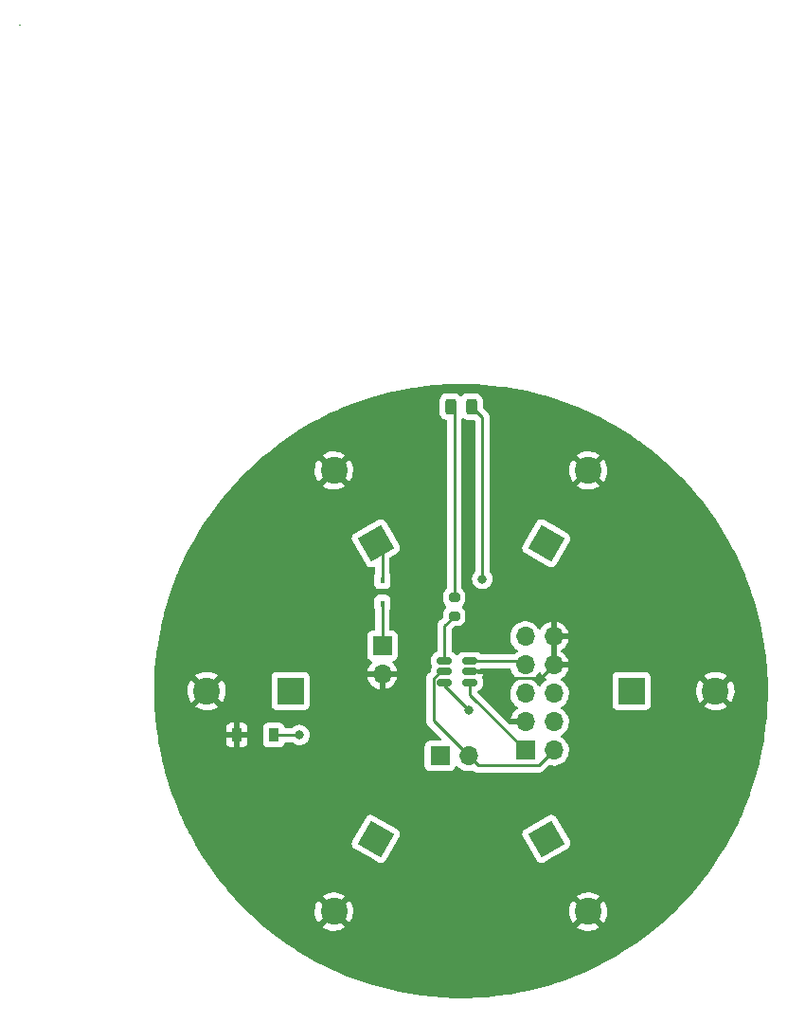
<source format=gbr>
%TF.GenerationSoftware,KiCad,Pcbnew,(6.0.1)*%
%TF.CreationDate,2022-01-26T23:34:14+10:00*%
%TF.ProjectId,blinker,626c696e-6b65-4722-9e6b-696361645f70,rev?*%
%TF.SameCoordinates,Original*%
%TF.FileFunction,Copper,L1,Top*%
%TF.FilePolarity,Positive*%
%FSLAX46Y46*%
G04 Gerber Fmt 4.6, Leading zero omitted, Abs format (unit mm)*
G04 Created by KiCad (PCBNEW (6.0.1)) date 2022-01-26 23:34:14*
%MOMM*%
%LPD*%
G01*
G04 APERTURE LIST*
G04 Aperture macros list*
%AMRoundRect*
0 Rectangle with rounded corners*
0 $1 Rounding radius*
0 $2 $3 $4 $5 $6 $7 $8 $9 X,Y pos of 4 corners*
0 Add a 4 corners polygon primitive as box body*
4,1,4,$2,$3,$4,$5,$6,$7,$8,$9,$2,$3,0*
0 Add four circle primitives for the rounded corners*
1,1,$1+$1,$2,$3*
1,1,$1+$1,$4,$5*
1,1,$1+$1,$6,$7*
1,1,$1+$1,$8,$9*
0 Add four rect primitives between the rounded corners*
20,1,$1+$1,$2,$3,$4,$5,0*
20,1,$1+$1,$4,$5,$6,$7,0*
20,1,$1+$1,$6,$7,$8,$9,0*
20,1,$1+$1,$8,$9,$2,$3,0*%
%AMRotRect*
0 Rectangle, with rotation*
0 The origin of the aperture is its center*
0 $1 length*
0 $2 width*
0 $3 Rotation angle, in degrees counterclockwise*
0 Add horizontal line*
21,1,$1,$2,0,0,$3*%
G04 Aperture macros list end*
%TA.AperFunction,NonConductor*%
%ADD10C,0.200000*%
%TD*%
%TA.AperFunction,SMDPad,CuDef*%
%ADD11R,0.900000X1.200000*%
%TD*%
%TA.AperFunction,SMDPad,CuDef*%
%ADD12RoundRect,0.243750X-0.243750X-0.456250X0.243750X-0.456250X0.243750X0.456250X-0.243750X0.456250X0*%
%TD*%
%TA.AperFunction,SMDPad,CuDef*%
%ADD13RoundRect,0.200000X0.275000X-0.200000X0.275000X0.200000X-0.275000X0.200000X-0.275000X-0.200000X0*%
%TD*%
%TA.AperFunction,SMDPad,CuDef*%
%ADD14R,0.450000X0.600000*%
%TD*%
%TA.AperFunction,SMDPad,CuDef*%
%ADD15RoundRect,0.150000X0.512500X0.150000X-0.512500X0.150000X-0.512500X-0.150000X0.512500X-0.150000X0*%
%TD*%
%TA.AperFunction,ComponentPad*%
%ADD16RotRect,2.400000X2.400000X240.000000*%
%TD*%
%TA.AperFunction,ComponentPad*%
%ADD17C,2.400000*%
%TD*%
%TA.AperFunction,ComponentPad*%
%ADD18R,2.400000X2.400000*%
%TD*%
%TA.AperFunction,ComponentPad*%
%ADD19RotRect,2.400000X2.400000X60.000000*%
%TD*%
%TA.AperFunction,ComponentPad*%
%ADD20RotRect,2.400000X2.400000X300.000000*%
%TD*%
%TA.AperFunction,ComponentPad*%
%ADD21R,1.700000X1.700000*%
%TD*%
%TA.AperFunction,ComponentPad*%
%ADD22O,1.700000X1.700000*%
%TD*%
%TA.AperFunction,ComponentPad*%
%ADD23RotRect,2.400000X2.400000X120.000000*%
%TD*%
%TA.AperFunction,ViaPad*%
%ADD24C,0.800000*%
%TD*%
%TA.AperFunction,Conductor*%
%ADD25C,0.250000*%
%TD*%
G04 APERTURE END LIST*
D10*
X125660001Y-42170000D02*
G75*
G03*
X125660001Y-42170000I-1J0D01*
G01*
D11*
%TO.P,D2,1,K*%
%TO.N,2.7VCC*%
X148350000Y-105520000D03*
%TO.P,D2,2,A*%
%TO.N,GND*%
X145050000Y-105520000D03*
%TD*%
D12*
%TO.P,D3,2,A*%
%TO.N,5VCC*%
X166037500Y-76200000D03*
%TO.P,D3,1,K*%
%TO.N,/LED_R*%
X164162500Y-76200000D03*
%TD*%
D13*
%TO.P,R1,1*%
%TO.N,LED*%
X164485000Y-94905000D03*
%TO.P,R1,2*%
%TO.N,/LED_R*%
X164485000Y-93255000D03*
%TD*%
D14*
%TO.P,D1,1,K*%
%TO.N,2.7VCC*%
X158050000Y-91690000D03*
%TO.P,D1,2,A*%
%TO.N,/SLR_IN*%
X158050000Y-93790000D03*
%TD*%
D15*
%TO.P,U1,1,PB0*%
%TO.N,TPIDATA*%
X165880000Y-100820000D03*
%TO.P,U1,2,GND*%
%TO.N,GND*%
X165880000Y-99870000D03*
%TO.P,U1,3,PB1*%
%TO.N,TPICLK*%
X165880000Y-98920000D03*
%TO.P,U1,4,PB2*%
%TO.N,LED*%
X163605000Y-98920000D03*
%TO.P,U1,5,VCC*%
%TO.N,5VCC*%
X163605000Y-99870000D03*
%TO.P,U1,6,~{RESET}/PB3*%
%TO.N,RESET*%
X163605000Y-100820000D03*
%TD*%
D16*
%TO.P,C3,1*%
%TO.N,2.7VCC*%
X157480000Y-114798227D03*
D17*
%TO.P,C3,2*%
%TO.N,GND*%
X153730000Y-121293418D03*
%TD*%
%TO.P,C1,2*%
%TO.N,GND*%
X187840000Y-101600000D03*
D18*
%TO.P,C1,1*%
%TO.N,2.7VCC*%
X180340000Y-101600000D03*
%TD*%
D19*
%TO.P,C6,1*%
%TO.N,2.7VCC*%
X172720000Y-88401773D03*
D17*
%TO.P,C6,2*%
%TO.N,GND*%
X176470000Y-81906582D03*
%TD*%
D20*
%TO.P,C2,1*%
%TO.N,2.7VCC*%
X172720000Y-114798227D03*
D17*
%TO.P,C2,2*%
%TO.N,GND*%
X176470000Y-121293418D03*
%TD*%
D21*
%TO.P,J1,1,Pin_1*%
%TO.N,TPIDATA*%
X170840000Y-106900000D03*
D22*
%TO.P,J1,2,Pin_2*%
%TO.N,5VCC*%
X173380000Y-106900000D03*
%TO.P,J1,3,Pin_3*%
%TO.N,GND*%
X170840000Y-104360000D03*
%TO.P,J1,4,Pin_4*%
%TO.N,unconnected-(J1-Pad4)*%
X173380000Y-104360000D03*
%TO.P,J1,5,Pin_5*%
%TO.N,RESET*%
X170840000Y-101820000D03*
%TO.P,J1,6,Pin_6*%
%TO.N,unconnected-(J1-Pad6)*%
X173380000Y-101820000D03*
%TO.P,J1,7,Pin_7*%
%TO.N,TPICLK*%
X170840000Y-99280000D03*
%TO.P,J1,8,Pin_8*%
%TO.N,GND*%
X173380000Y-99280000D03*
%TO.P,J1,9,Pin_9*%
%TO.N,unconnected-(J1-Pad9)*%
X170840000Y-96740000D03*
%TO.P,J1,10,Pin_10*%
%TO.N,GND*%
X173380000Y-96740000D03*
%TD*%
D21*
%TO.P,JP1,1,A*%
%TO.N,2.7VCC*%
X163210000Y-107390000D03*
D22*
%TO.P,JP1,2,B*%
%TO.N,5VCC*%
X165750000Y-107390000D03*
%TD*%
D23*
%TO.P,C5,1*%
%TO.N,2.7VCC*%
X157480000Y-88401773D03*
D17*
%TO.P,C5,2*%
%TO.N,GND*%
X153730000Y-81906582D03*
%TD*%
D21*
%TO.P,SC1,1,+*%
%TO.N,/SLR_IN*%
X158050000Y-97560000D03*
D22*
%TO.P,SC1,2,-*%
%TO.N,GND*%
X158050000Y-100100000D03*
%TD*%
D18*
%TO.P,C4,1*%
%TO.N,2.7VCC*%
X149860000Y-101600000D03*
D17*
%TO.P,C4,2*%
%TO.N,GND*%
X142360000Y-101600000D03*
%TD*%
D24*
%TO.N,2.7VCC*%
X150650000Y-105520000D03*
%TO.N,RESET*%
X165800000Y-103300000D03*
%TO.N,5VCC*%
X167000000Y-91590000D03*
%TD*%
D25*
%TO.N,2.7VCC*%
X148350000Y-105520000D02*
X150650000Y-105520000D01*
%TO.N,/LED_R*%
X164485000Y-76522500D02*
X164162500Y-76200000D01*
X164485000Y-93255000D02*
X164485000Y-76522500D01*
%TO.N,5VCC*%
X167000000Y-77162500D02*
X166037500Y-76200000D01*
X167000000Y-91590000D02*
X167000000Y-77162500D01*
%TO.N,GND*%
X168330000Y-99870000D02*
X165880000Y-99870000D01*
X172205489Y-100454511D02*
X168914511Y-100454511D01*
X173380000Y-99280000D02*
X172205489Y-100454511D01*
X168914511Y-100454511D02*
X168330000Y-99870000D01*
%TO.N,/SLR_IN*%
X158050000Y-93790000D02*
X158050000Y-97560000D01*
%TO.N,TPIDATA*%
X165880000Y-101940000D02*
X170840000Y-106900000D01*
X165880000Y-100820000D02*
X165880000Y-101940000D01*
%TO.N,RESET*%
X163605000Y-101105000D02*
X165800000Y-103300000D01*
X163605000Y-100820000D02*
X163605000Y-101105000D01*
%TO.N,TPICLK*%
X165880000Y-98920000D02*
X170480000Y-98920000D01*
X170480000Y-98920000D02*
X170840000Y-99280000D01*
%TO.N,2.7VCC*%
X158050000Y-91690000D02*
X158050000Y-88971773D01*
X158050000Y-88971773D02*
X157480000Y-88401773D01*
%TO.N,5VCC*%
X166600000Y-108240000D02*
X172040000Y-108240000D01*
X163605000Y-99870000D02*
X163221428Y-99870000D01*
X162617980Y-100473448D02*
X162617980Y-104257980D01*
X166600000Y-108240000D02*
X165750000Y-107390000D01*
X162617980Y-104257980D02*
X165750000Y-107390000D01*
X172040000Y-108240000D02*
X173380000Y-106900000D01*
X163221428Y-99870000D02*
X162617980Y-100473448D01*
%TO.N,LED*%
X163605000Y-98920000D02*
X163605000Y-95785000D01*
X163605000Y-95785000D02*
X164485000Y-94905000D01*
%TD*%
%TA.AperFunction,Conductor*%
%TO.N,GND*%
G36*
X165495099Y-74175428D02*
G01*
X165959349Y-74181506D01*
X165963965Y-74181651D01*
X166676771Y-74217136D01*
X166963492Y-74231410D01*
X166968088Y-74231724D01*
X167965148Y-74318078D01*
X167969707Y-74318557D01*
X168598635Y-74396337D01*
X168962897Y-74441386D01*
X168967468Y-74442036D01*
X169955515Y-74601180D01*
X169960060Y-74601998D01*
X170941591Y-74797237D01*
X170946103Y-74798221D01*
X171919802Y-75029291D01*
X171924275Y-75030439D01*
X172141994Y-75090613D01*
X172888905Y-75297048D01*
X172893308Y-75298352D01*
X173847498Y-75600123D01*
X173851868Y-75601594D01*
X174740130Y-75918763D01*
X174794338Y-75938119D01*
X174798650Y-75939748D01*
X175728195Y-76310599D01*
X175732451Y-76312389D01*
X176647751Y-76717039D01*
X176651901Y-76718965D01*
X177152531Y-76962598D01*
X177551787Y-77156897D01*
X177555901Y-77158993D01*
X177801140Y-77289663D01*
X178439118Y-77629596D01*
X178443128Y-77631828D01*
X178765014Y-77818794D01*
X179308529Y-78134493D01*
X179312466Y-78136878D01*
X179740884Y-78407189D01*
X180158849Y-78670905D01*
X180162709Y-78673441D01*
X180988936Y-79238112D01*
X180992700Y-79240787D01*
X181797678Y-79835353D01*
X181801342Y-79838164D01*
X182018757Y-80011414D01*
X182542453Y-80428727D01*
X182584002Y-80461836D01*
X182587551Y-80464771D01*
X183078903Y-80886655D01*
X183346846Y-81116716D01*
X183350294Y-81119788D01*
X184085187Y-81799116D01*
X184088520Y-81802313D01*
X184202967Y-81916162D01*
X184798012Y-82508099D01*
X184801194Y-82511383D01*
X185172181Y-82908522D01*
X185484375Y-83242724D01*
X185487464Y-83246155D01*
X185786879Y-83591200D01*
X186143355Y-84002003D01*
X186146305Y-84005531D01*
X186774105Y-84784962D01*
X186776905Y-84788572D01*
X187375707Y-85590465D01*
X187378367Y-85594166D01*
X187866066Y-86299809D01*
X187947386Y-86417469D01*
X187949940Y-86421313D01*
X188149120Y-86733361D01*
X188488385Y-87264876D01*
X188490793Y-87268806D01*
X188989938Y-88117879D01*
X188997965Y-88131534D01*
X189000227Y-88135548D01*
X189369803Y-88820491D01*
X189475454Y-89016297D01*
X189477567Y-89020391D01*
X189805002Y-89684362D01*
X189920195Y-89917951D01*
X189922161Y-89922129D01*
X190331597Y-90835299D01*
X190333409Y-90839547D01*
X190489424Y-91224729D01*
X190640034Y-91596565D01*
X190709110Y-91767106D01*
X190710757Y-91771397D01*
X191035477Y-92665981D01*
X191052225Y-92712122D01*
X191053713Y-92716468D01*
X191226073Y-93251703D01*
X191360484Y-93669094D01*
X191361818Y-93673514D01*
X191633461Y-94636687D01*
X191634633Y-94641154D01*
X191870800Y-95613636D01*
X191871808Y-95618143D01*
X192072189Y-96598664D01*
X192073030Y-96603204D01*
X192237338Y-97590363D01*
X192238013Y-97594932D01*
X192366044Y-98587498D01*
X192366550Y-98592088D01*
X192370332Y-98633247D01*
X192456676Y-99572910D01*
X192458118Y-99588608D01*
X192458456Y-99593194D01*
X192479621Y-99977785D01*
X192513449Y-100592490D01*
X192513618Y-100597105D01*
X192531970Y-101598361D01*
X192531987Y-101601660D01*
X192528629Y-102029230D01*
X192528560Y-102032528D01*
X192494483Y-103033382D01*
X192494241Y-103037993D01*
X192423563Y-104036230D01*
X192423153Y-104040830D01*
X192409654Y-104166109D01*
X192316064Y-105034678D01*
X192315937Y-105035853D01*
X192315361Y-105040409D01*
X192238413Y-105571114D01*
X192171758Y-106030824D01*
X192171012Y-106035381D01*
X191991213Y-107019869D01*
X191990300Y-107024396D01*
X191788700Y-107937529D01*
X191774550Y-108001619D01*
X191773476Y-108006091D01*
X191547311Y-108877474D01*
X191522056Y-108974776D01*
X191520820Y-108979203D01*
X191439365Y-109251569D01*
X191234071Y-109938025D01*
X191232668Y-109942421D01*
X190955421Y-110759165D01*
X190910986Y-110890065D01*
X190909426Y-110894399D01*
X190553231Y-111829630D01*
X190551509Y-111833915D01*
X190161274Y-112755486D01*
X190159395Y-112759705D01*
X190109710Y-112866013D01*
X189795054Y-113539260D01*
X189735671Y-113666317D01*
X189733658Y-113670428D01*
X189297175Y-114521558D01*
X189276973Y-114560952D01*
X189274791Y-114565021D01*
X188785793Y-115438191D01*
X188783463Y-115442178D01*
X188262798Y-116296841D01*
X188260323Y-116300740D01*
X187708713Y-117135714D01*
X187706099Y-117139519D01*
X187204141Y-117841941D01*
X187124220Y-117953779D01*
X187121466Y-117957486D01*
X186510182Y-118749823D01*
X186507295Y-118753427D01*
X185867373Y-119522848D01*
X185864356Y-119526344D01*
X185196654Y-120271819D01*
X185193510Y-120275202D01*
X184498933Y-120995714D01*
X184495714Y-120998933D01*
X183978550Y-121497482D01*
X183775202Y-121693510D01*
X183771819Y-121696654D01*
X183026344Y-122364356D01*
X183022848Y-122367373D01*
X182253427Y-123007295D01*
X182249826Y-123010180D01*
X181457472Y-123621477D01*
X181453793Y-123624210D01*
X180753819Y-124124419D01*
X180639520Y-124206098D01*
X180635714Y-124208713D01*
X179800740Y-124760323D01*
X179796841Y-124762798D01*
X178942178Y-125283463D01*
X178938191Y-125285793D01*
X178065021Y-125774791D01*
X178060955Y-125776972D01*
X177170428Y-126233658D01*
X177166331Y-126235664D01*
X176587004Y-126506425D01*
X176259705Y-126659395D01*
X176255486Y-126661274D01*
X175457152Y-126999325D01*
X175333915Y-127051509D01*
X175329637Y-127053228D01*
X174394399Y-127409426D01*
X174390077Y-127410982D01*
X173853616Y-127593086D01*
X173442424Y-127732667D01*
X173438028Y-127734070D01*
X172479203Y-128020820D01*
X172474798Y-128022050D01*
X171506091Y-128273476D01*
X171501638Y-128274545D01*
X170654721Y-128461527D01*
X170524396Y-128490300D01*
X170519869Y-128491213D01*
X169535381Y-128671012D01*
X169530824Y-128671758D01*
X169126398Y-128730397D01*
X168540409Y-128815361D01*
X168535878Y-128815934D01*
X167729514Y-128902822D01*
X167540830Y-128923153D01*
X167536230Y-128923563D01*
X166537993Y-128994241D01*
X166533382Y-128994483D01*
X165625818Y-129025384D01*
X165533203Y-129028537D01*
X165528587Y-129028610D01*
X165192546Y-129027730D01*
X164527810Y-129025990D01*
X164523193Y-129025893D01*
X163523206Y-128986603D01*
X163518596Y-128986337D01*
X162520711Y-128910430D01*
X162516114Y-128909995D01*
X161679004Y-128815358D01*
X161521719Y-128797577D01*
X161517147Y-128796976D01*
X160527469Y-128648184D01*
X160522949Y-128647420D01*
X159539394Y-128462464D01*
X159534872Y-128461527D01*
X158909521Y-128320025D01*
X158558804Y-128240666D01*
X158554336Y-128239569D01*
X157586945Y-127983070D01*
X157582547Y-127981816D01*
X156625244Y-127690052D01*
X156620880Y-127688634D01*
X155674888Y-127361979D01*
X155670573Y-127360401D01*
X154737212Y-126999310D01*
X154732973Y-126997580D01*
X153813447Y-126602521D01*
X153809238Y-126600620D01*
X152904858Y-126172155D01*
X152900722Y-126170102D01*
X152012637Y-125708779D01*
X152008579Y-125706576D01*
X151720903Y-125543485D01*
X151137968Y-125213004D01*
X151134019Y-125210669D01*
X150282080Y-124685527D01*
X150278203Y-124683038D01*
X149568326Y-124208713D01*
X149446111Y-124127052D01*
X149442322Y-124124419D01*
X148631130Y-123538293D01*
X148627447Y-123535527D01*
X147838266Y-122920059D01*
X147834762Y-122917221D01*
X147536823Y-122666777D01*
X152721386Y-122666777D01*
X152730099Y-122678297D01*
X152818586Y-122743178D01*
X152826505Y-122748126D01*
X153042877Y-122861965D01*
X153051451Y-122865693D01*
X153282282Y-122946303D01*
X153291291Y-122948717D01*
X153531518Y-122994326D01*
X153540775Y-122995380D01*
X153785107Y-123004981D01*
X153794420Y-123004655D01*
X154037478Y-122978036D01*
X154046655Y-122976335D01*
X154283107Y-122914083D01*
X154291926Y-122911046D01*
X154516584Y-122814525D01*
X154524856Y-122810218D01*
X154732777Y-122681553D01*
X154734620Y-122680214D01*
X154742038Y-122668959D01*
X154740760Y-122666777D01*
X175461386Y-122666777D01*
X175470099Y-122678297D01*
X175558586Y-122743178D01*
X175566505Y-122748126D01*
X175782877Y-122861965D01*
X175791451Y-122865693D01*
X176022282Y-122946303D01*
X176031291Y-122948717D01*
X176271518Y-122994326D01*
X176280775Y-122995380D01*
X176525107Y-123004981D01*
X176534420Y-123004655D01*
X176777478Y-122978036D01*
X176786655Y-122976335D01*
X177023107Y-122914083D01*
X177031926Y-122911046D01*
X177256584Y-122814525D01*
X177264856Y-122810218D01*
X177472777Y-122681553D01*
X177474620Y-122680214D01*
X177482038Y-122668959D01*
X177475974Y-122658602D01*
X176482812Y-121665440D01*
X176468868Y-121657826D01*
X176467035Y-121657957D01*
X176460420Y-121662208D01*
X175468044Y-122654584D01*
X175461386Y-122666777D01*
X154740760Y-122666777D01*
X154735974Y-122658602D01*
X153742812Y-121665440D01*
X153728868Y-121657826D01*
X153727035Y-121657957D01*
X153720420Y-121662208D01*
X152728044Y-122654584D01*
X152721386Y-122666777D01*
X147536823Y-122666777D01*
X147068640Y-122273228D01*
X147065167Y-122270198D01*
X146628245Y-121874716D01*
X146323213Y-121598614D01*
X146319876Y-121595481D01*
X145968569Y-121253253D01*
X152018022Y-121253253D01*
X152029754Y-121497482D01*
X152030891Y-121506742D01*
X152078593Y-121746561D01*
X152081082Y-121755536D01*
X152163708Y-121985668D01*
X152167505Y-121994196D01*
X152283234Y-122209578D01*
X152288245Y-122217445D01*
X152345173Y-122293681D01*
X152356431Y-122302130D01*
X152368850Y-122295358D01*
X153357978Y-121306230D01*
X153364356Y-121294550D01*
X154094408Y-121294550D01*
X154094539Y-121296383D01*
X154098790Y-121302998D01*
X155093732Y-122297940D01*
X155106112Y-122304700D01*
X155114453Y-122298456D01*
X155232700Y-122114620D01*
X155237147Y-122106429D01*
X155337572Y-121883494D01*
X155340767Y-121874716D01*
X155407135Y-121639391D01*
X155408993Y-121630262D01*
X155440044Y-121386188D01*
X155440525Y-121379901D01*
X155442706Y-121296578D01*
X155442555Y-121290269D01*
X155439804Y-121253253D01*
X174758022Y-121253253D01*
X174769754Y-121497482D01*
X174770891Y-121506742D01*
X174818593Y-121746561D01*
X174821082Y-121755536D01*
X174903708Y-121985668D01*
X174907505Y-121994196D01*
X175023234Y-122209578D01*
X175028245Y-122217445D01*
X175085173Y-122293681D01*
X175096431Y-122302130D01*
X175108850Y-122295358D01*
X176097978Y-121306230D01*
X176104356Y-121294550D01*
X176834408Y-121294550D01*
X176834539Y-121296383D01*
X176838790Y-121302998D01*
X177833732Y-122297940D01*
X177846112Y-122304700D01*
X177854453Y-122298456D01*
X177972700Y-122114620D01*
X177977147Y-122106429D01*
X178077572Y-121883494D01*
X178080767Y-121874716D01*
X178147135Y-121639391D01*
X178148993Y-121630262D01*
X178180044Y-121386188D01*
X178180525Y-121379901D01*
X178182706Y-121296578D01*
X178182555Y-121290269D01*
X178164321Y-121044904D01*
X178162944Y-121035698D01*
X178108979Y-120797204D01*
X178106255Y-120788293D01*
X178017633Y-120560401D01*
X178013619Y-120551985D01*
X177892284Y-120339694D01*
X177887074Y-120331971D01*
X177855787Y-120292283D01*
X177843863Y-120283813D01*
X177832328Y-120290300D01*
X176842022Y-121280606D01*
X176834408Y-121294550D01*
X176104356Y-121294550D01*
X176105592Y-121292286D01*
X176105461Y-121290453D01*
X176101210Y-121283838D01*
X175106828Y-120289456D01*
X175093520Y-120282189D01*
X175083481Y-120289311D01*
X175078581Y-120295202D01*
X175073168Y-120302791D01*
X174946322Y-120511827D01*
X174942084Y-120520144D01*
X174847529Y-120745632D01*
X174844572Y-120754470D01*
X174784384Y-120991460D01*
X174782763Y-121000650D01*
X174758267Y-121243928D01*
X174758022Y-121253253D01*
X155439804Y-121253253D01*
X155424321Y-121044904D01*
X155422944Y-121035698D01*
X155368979Y-120797204D01*
X155366255Y-120788293D01*
X155277633Y-120560401D01*
X155273619Y-120551985D01*
X155152284Y-120339694D01*
X155147074Y-120331971D01*
X155115787Y-120292283D01*
X155103863Y-120283813D01*
X155092328Y-120290300D01*
X154102022Y-121280606D01*
X154094408Y-121294550D01*
X153364356Y-121294550D01*
X153365592Y-121292286D01*
X153365461Y-121290453D01*
X153361210Y-121283838D01*
X152366828Y-120289456D01*
X152353520Y-120282189D01*
X152343481Y-120289311D01*
X152338581Y-120295202D01*
X152333168Y-120302791D01*
X152206322Y-120511827D01*
X152202084Y-120520144D01*
X152107529Y-120745632D01*
X152104572Y-120754470D01*
X152044384Y-120991460D01*
X152042763Y-121000650D01*
X152018267Y-121243928D01*
X152018022Y-121253253D01*
X145968569Y-121253253D01*
X145676297Y-120968534D01*
X145603006Y-120897137D01*
X145599758Y-120893855D01*
X145071114Y-120339694D01*
X144908964Y-120169717D01*
X144905847Y-120166327D01*
X144686057Y-119918335D01*
X152719330Y-119918335D01*
X152723903Y-119928111D01*
X153717188Y-120921396D01*
X153731132Y-120929010D01*
X153732965Y-120928879D01*
X153739580Y-120924628D01*
X154732488Y-119931720D01*
X154738872Y-119920030D01*
X154737555Y-119918335D01*
X175459330Y-119918335D01*
X175463903Y-119928111D01*
X176457188Y-120921396D01*
X176471132Y-120929010D01*
X176472965Y-120928879D01*
X176479580Y-120924628D01*
X177472488Y-119931720D01*
X177478872Y-119920030D01*
X177469460Y-119907920D01*
X177343144Y-119820291D01*
X177335116Y-119815563D01*
X177115810Y-119707413D01*
X177107177Y-119703925D01*
X176874288Y-119629376D01*
X176865238Y-119627203D01*
X176623891Y-119587898D01*
X176614602Y-119587086D01*
X176370114Y-119583885D01*
X176360803Y-119584455D01*
X176118522Y-119617428D01*
X176109403Y-119619366D01*
X175874668Y-119687785D01*
X175865915Y-119691057D01*
X175643869Y-119793422D01*
X175635714Y-119797942D01*
X175468468Y-119907593D01*
X175459330Y-119918335D01*
X154737555Y-119918335D01*
X154729460Y-119907920D01*
X154603144Y-119820291D01*
X154595116Y-119815563D01*
X154375810Y-119707413D01*
X154367177Y-119703925D01*
X154134288Y-119629376D01*
X154125238Y-119627203D01*
X153883891Y-119587898D01*
X153874602Y-119587086D01*
X153630114Y-119583885D01*
X153620803Y-119584455D01*
X153378522Y-119617428D01*
X153369403Y-119619366D01*
X153134668Y-119687785D01*
X153125915Y-119691057D01*
X152903869Y-119793422D01*
X152895714Y-119797942D01*
X152728468Y-119907593D01*
X152719330Y-119918335D01*
X144686057Y-119918335D01*
X144242080Y-119417392D01*
X144239081Y-119413881D01*
X144101992Y-119247283D01*
X143603177Y-118641095D01*
X143600315Y-118637484D01*
X143453062Y-118444536D01*
X142993164Y-117841926D01*
X142990441Y-117838219D01*
X142817099Y-117592944D01*
X142496651Y-117139520D01*
X142412854Y-117020949D01*
X142410259Y-117017130D01*
X141863014Y-116179260D01*
X141860560Y-116175348D01*
X141520626Y-115610719D01*
X141344378Y-115317971D01*
X141342075Y-115313983D01*
X141293297Y-115225803D01*
X155327173Y-115225803D01*
X155328244Y-115234717D01*
X155338247Y-115317982D01*
X155344546Y-115370420D01*
X155401809Y-115504349D01*
X155494361Y-115616823D01*
X155500735Y-115621488D01*
X155500737Y-115621490D01*
X155542087Y-115651754D01*
X155542093Y-115651758D01*
X155544834Y-115653764D01*
X155547777Y-115655463D01*
X155547786Y-115655469D01*
X156954214Y-116467469D01*
X157706666Y-116901898D01*
X157709786Y-116903274D01*
X157756669Y-116923953D01*
X157756674Y-116923954D01*
X157763894Y-116927139D01*
X157771683Y-116928435D01*
X157771685Y-116928436D01*
X157898718Y-116949580D01*
X157898721Y-116949580D01*
X157907576Y-116951054D01*
X157951831Y-116945738D01*
X158043281Y-116934752D01*
X158043284Y-116934751D01*
X158052193Y-116933681D01*
X158186122Y-116876418D01*
X158193054Y-116870714D01*
X158292492Y-116788889D01*
X158292493Y-116788888D01*
X158298596Y-116783866D01*
X158303263Y-116777490D01*
X158333527Y-116736140D01*
X158333531Y-116736134D01*
X158335537Y-116733393D01*
X158337236Y-116730450D01*
X158337242Y-116730441D01*
X159323646Y-115021937D01*
X159583671Y-114571561D01*
X159588350Y-114560952D01*
X159605726Y-114521558D01*
X159605727Y-114521553D01*
X159608912Y-114514333D01*
X159610209Y-114506542D01*
X159631353Y-114379509D01*
X159631353Y-114379506D01*
X159632827Y-114370651D01*
X170567173Y-114370651D01*
X170568647Y-114379506D01*
X170568647Y-114379509D01*
X170589791Y-114506542D01*
X170591088Y-114514333D01*
X170594273Y-114521553D01*
X170594274Y-114521558D01*
X170611650Y-114560952D01*
X170616329Y-114571561D01*
X170876354Y-115021937D01*
X171862758Y-116730441D01*
X171862764Y-116730450D01*
X171864463Y-116733393D01*
X171866469Y-116736134D01*
X171866473Y-116736140D01*
X171896737Y-116777490D01*
X171901404Y-116783866D01*
X171907507Y-116788888D01*
X171907508Y-116788889D01*
X172006946Y-116870714D01*
X172013878Y-116876418D01*
X172147807Y-116933681D01*
X172156716Y-116934751D01*
X172156719Y-116934752D01*
X172248169Y-116945738D01*
X172292424Y-116951054D01*
X172301279Y-116949580D01*
X172301282Y-116949580D01*
X172428315Y-116928436D01*
X172428317Y-116928435D01*
X172436106Y-116927139D01*
X172443326Y-116923954D01*
X172443331Y-116923953D01*
X172490214Y-116903274D01*
X172493334Y-116901898D01*
X173245786Y-116467469D01*
X174652214Y-115655469D01*
X174652223Y-115655463D01*
X174655166Y-115653764D01*
X174657907Y-115651758D01*
X174657913Y-115651754D01*
X174699263Y-115621490D01*
X174699265Y-115621488D01*
X174705639Y-115616823D01*
X174798191Y-115504349D01*
X174855454Y-115370420D01*
X174861754Y-115317982D01*
X174871756Y-115234717D01*
X174872827Y-115225803D01*
X174848912Y-115082121D01*
X174845727Y-115074901D01*
X174845726Y-115074896D01*
X174825047Y-115028013D01*
X174823671Y-115024893D01*
X174217494Y-113974964D01*
X173577242Y-112866013D01*
X173577236Y-112866004D01*
X173575537Y-112863061D01*
X173573531Y-112860320D01*
X173573527Y-112860314D01*
X173543263Y-112818964D01*
X173543261Y-112818962D01*
X173538596Y-112812588D01*
X173426122Y-112720036D01*
X173292193Y-112662773D01*
X173283284Y-112661703D01*
X173283281Y-112661702D01*
X173191831Y-112650716D01*
X173147576Y-112645400D01*
X173138721Y-112646874D01*
X173138718Y-112646874D01*
X173011685Y-112668018D01*
X173011683Y-112668019D01*
X173003894Y-112669315D01*
X172996674Y-112672500D01*
X172996669Y-112672501D01*
X172956382Y-112690270D01*
X172946666Y-112694556D01*
X172837471Y-112757600D01*
X170787786Y-113940985D01*
X170787777Y-113940991D01*
X170784834Y-113942690D01*
X170782093Y-113944696D01*
X170782087Y-113944700D01*
X170740737Y-113974964D01*
X170740735Y-113974966D01*
X170734361Y-113979631D01*
X170641809Y-114092105D01*
X170584546Y-114226034D01*
X170567173Y-114370651D01*
X159632827Y-114370651D01*
X159615454Y-114226034D01*
X159558191Y-114092105D01*
X159465639Y-113979631D01*
X159459265Y-113974966D01*
X159459263Y-113974964D01*
X159417913Y-113944700D01*
X159417907Y-113944696D01*
X159415166Y-113942690D01*
X159412223Y-113940991D01*
X159412214Y-113940985D01*
X157362529Y-112757600D01*
X157253334Y-112694556D01*
X157243618Y-112690270D01*
X157203331Y-112672501D01*
X157203326Y-112672500D01*
X157196106Y-112669315D01*
X157188317Y-112668019D01*
X157188315Y-112668018D01*
X157061282Y-112646874D01*
X157061279Y-112646874D01*
X157052424Y-112645400D01*
X157008169Y-112650716D01*
X156916719Y-112661702D01*
X156916716Y-112661703D01*
X156907807Y-112662773D01*
X156773878Y-112720036D01*
X156661404Y-112812588D01*
X156656739Y-112818962D01*
X156656737Y-112818964D01*
X156626473Y-112860314D01*
X156626469Y-112860320D01*
X156624463Y-112863061D01*
X156622764Y-112866004D01*
X156622758Y-112866013D01*
X155982506Y-113974964D01*
X155376329Y-115024893D01*
X155374953Y-115028013D01*
X155354274Y-115074896D01*
X155354273Y-115074901D01*
X155351088Y-115082121D01*
X155327173Y-115225803D01*
X141293297Y-115225803D01*
X141209820Y-115074896D01*
X140857657Y-114438269D01*
X140855500Y-114434195D01*
X140818820Y-114361737D01*
X140628475Y-113985735D01*
X140403498Y-113541319D01*
X140401488Y-113537161D01*
X140027418Y-112725740D01*
X139982507Y-112628320D01*
X139980655Y-112624101D01*
X139595259Y-111700522D01*
X139593559Y-111696228D01*
X139421818Y-111238102D01*
X139242268Y-110759147D01*
X139240732Y-110754812D01*
X138969699Y-109942424D01*
X138924004Y-109805461D01*
X138922628Y-109801069D01*
X138640908Y-108840770D01*
X138639690Y-108836316D01*
X138500470Y-108288134D01*
X161851500Y-108288134D01*
X161858255Y-108350316D01*
X161909385Y-108486705D01*
X161996739Y-108603261D01*
X162113295Y-108690615D01*
X162249684Y-108741745D01*
X162311866Y-108748500D01*
X164108134Y-108748500D01*
X164170316Y-108741745D01*
X164306705Y-108690615D01*
X164423261Y-108603261D01*
X164510615Y-108486705D01*
X164515346Y-108474086D01*
X164554598Y-108369382D01*
X164597240Y-108312618D01*
X164663802Y-108287918D01*
X164733150Y-108303126D01*
X164767817Y-108331114D01*
X164796250Y-108363938D01*
X164968126Y-108506632D01*
X165161000Y-108619338D01*
X165369692Y-108699030D01*
X165374760Y-108700061D01*
X165374763Y-108700062D01*
X165482008Y-108721881D01*
X165588597Y-108743567D01*
X165593772Y-108743757D01*
X165593774Y-108743757D01*
X165806673Y-108751564D01*
X165806677Y-108751564D01*
X165811837Y-108751753D01*
X165816957Y-108751097D01*
X165816959Y-108751097D01*
X166028288Y-108724025D01*
X166028289Y-108724025D01*
X166033416Y-108723368D01*
X166038369Y-108721882D01*
X166038374Y-108721881D01*
X166082021Y-108708786D01*
X166153017Y-108708368D01*
X166204481Y-108737620D01*
X166224679Y-108756586D01*
X166231627Y-108760405D01*
X166231629Y-108760407D01*
X166242432Y-108766346D01*
X166258959Y-108777202D01*
X166268698Y-108784757D01*
X166268700Y-108784758D01*
X166274960Y-108789614D01*
X166315540Y-108807174D01*
X166326188Y-108812391D01*
X166350976Y-108826018D01*
X166364940Y-108833695D01*
X166372616Y-108835666D01*
X166372619Y-108835667D01*
X166384562Y-108838733D01*
X166403267Y-108845137D01*
X166421855Y-108853181D01*
X166429678Y-108854420D01*
X166429688Y-108854423D01*
X166465524Y-108860099D01*
X166477144Y-108862505D01*
X166508959Y-108870673D01*
X166519970Y-108873500D01*
X166540224Y-108873500D01*
X166559934Y-108875051D01*
X166579943Y-108878220D01*
X166587835Y-108877474D01*
X166606580Y-108875702D01*
X166623962Y-108874059D01*
X166635819Y-108873500D01*
X171961233Y-108873500D01*
X171972416Y-108874027D01*
X171979909Y-108875702D01*
X171987835Y-108875453D01*
X171987836Y-108875453D01*
X172047986Y-108873562D01*
X172051945Y-108873500D01*
X172079856Y-108873500D01*
X172083791Y-108873003D01*
X172083856Y-108872995D01*
X172095693Y-108872062D01*
X172127951Y-108871048D01*
X172131970Y-108870922D01*
X172139889Y-108870673D01*
X172159343Y-108865021D01*
X172178700Y-108861013D01*
X172190930Y-108859468D01*
X172190931Y-108859468D01*
X172198797Y-108858474D01*
X172206168Y-108855555D01*
X172206170Y-108855555D01*
X172239912Y-108842196D01*
X172251142Y-108838351D01*
X172285983Y-108828229D01*
X172285984Y-108828229D01*
X172293593Y-108826018D01*
X172300412Y-108821985D01*
X172300417Y-108821983D01*
X172311028Y-108815707D01*
X172328776Y-108807012D01*
X172347617Y-108799552D01*
X172383387Y-108773564D01*
X172393307Y-108767048D01*
X172424535Y-108748580D01*
X172424538Y-108748578D01*
X172431362Y-108744542D01*
X172445683Y-108730221D01*
X172460717Y-108717380D01*
X172470694Y-108710131D01*
X172477107Y-108705472D01*
X172505298Y-108671395D01*
X172513288Y-108662616D01*
X172924549Y-108251355D01*
X172986861Y-108217329D01*
X173038762Y-108216979D01*
X173218597Y-108253567D01*
X173223772Y-108253757D01*
X173223774Y-108253757D01*
X173436673Y-108261564D01*
X173436677Y-108261564D01*
X173441837Y-108261753D01*
X173446957Y-108261097D01*
X173446959Y-108261097D01*
X173658288Y-108234025D01*
X173658289Y-108234025D01*
X173663416Y-108233368D01*
X173668366Y-108231883D01*
X173872429Y-108170661D01*
X173872434Y-108170659D01*
X173877384Y-108169174D01*
X174077994Y-108070896D01*
X174259860Y-107941173D01*
X174418096Y-107783489D01*
X174548453Y-107602077D01*
X174551895Y-107595114D01*
X174645136Y-107406453D01*
X174645137Y-107406451D01*
X174647430Y-107401811D01*
X174712370Y-107188069D01*
X174741529Y-106966590D01*
X174743156Y-106900000D01*
X174724852Y-106677361D01*
X174670431Y-106460702D01*
X174581354Y-106255840D01*
X174510708Y-106146638D01*
X174462822Y-106072617D01*
X174462820Y-106072614D01*
X174460014Y-106068277D01*
X174309670Y-105903051D01*
X174305619Y-105899852D01*
X174305615Y-105899848D01*
X174138414Y-105767800D01*
X174138410Y-105767798D01*
X174134359Y-105764598D01*
X174093053Y-105741796D01*
X174043084Y-105691364D01*
X174028312Y-105621921D01*
X174053428Y-105555516D01*
X174080780Y-105528909D01*
X174124603Y-105497650D01*
X174259860Y-105401173D01*
X174284906Y-105376215D01*
X174401392Y-105260135D01*
X174418096Y-105243489D01*
X174548453Y-105062077D01*
X174561995Y-105034678D01*
X174645136Y-104866453D01*
X174645137Y-104866451D01*
X174647430Y-104861811D01*
X174702151Y-104681703D01*
X174710865Y-104653023D01*
X174710865Y-104653021D01*
X174712370Y-104648069D01*
X174741529Y-104426590D01*
X174741733Y-104418255D01*
X174743074Y-104363365D01*
X174743074Y-104363361D01*
X174743156Y-104360000D01*
X174724852Y-104137361D01*
X174670431Y-103920702D01*
X174581354Y-103715840D01*
X174460014Y-103528277D01*
X174309670Y-103363051D01*
X174305619Y-103359852D01*
X174305615Y-103359848D01*
X174138414Y-103227800D01*
X174138410Y-103227798D01*
X174134359Y-103224598D01*
X174093053Y-103201796D01*
X174043084Y-103151364D01*
X174028312Y-103081921D01*
X174053428Y-103015516D01*
X174080780Y-102988909D01*
X174148901Y-102940319D01*
X174259860Y-102861173D01*
X174272945Y-102848134D01*
X178631500Y-102848134D01*
X178638255Y-102910316D01*
X178689385Y-103046705D01*
X178776739Y-103163261D01*
X178893295Y-103250615D01*
X179029684Y-103301745D01*
X179091866Y-103308500D01*
X181588134Y-103308500D01*
X181650316Y-103301745D01*
X181786705Y-103250615D01*
X181903261Y-103163261D01*
X181990615Y-103046705D01*
X182018111Y-102973359D01*
X186831386Y-102973359D01*
X186840099Y-102984879D01*
X186928586Y-103049760D01*
X186936505Y-103054708D01*
X187152877Y-103168547D01*
X187161451Y-103172275D01*
X187392282Y-103252885D01*
X187401291Y-103255299D01*
X187641518Y-103300908D01*
X187650775Y-103301962D01*
X187895107Y-103311563D01*
X187904420Y-103311237D01*
X188147478Y-103284618D01*
X188156655Y-103282917D01*
X188393107Y-103220665D01*
X188401926Y-103217628D01*
X188626584Y-103121107D01*
X188634856Y-103116800D01*
X188842777Y-102988135D01*
X188844620Y-102986796D01*
X188852038Y-102975541D01*
X188845974Y-102965184D01*
X187852812Y-101972022D01*
X187838868Y-101964408D01*
X187837035Y-101964539D01*
X187830420Y-101968790D01*
X186838044Y-102961166D01*
X186831386Y-102973359D01*
X182018111Y-102973359D01*
X182041745Y-102910316D01*
X182048500Y-102848134D01*
X182048500Y-101559835D01*
X186128022Y-101559835D01*
X186139754Y-101804064D01*
X186140891Y-101813324D01*
X186188593Y-102053143D01*
X186191082Y-102062118D01*
X186273708Y-102292250D01*
X186277505Y-102300778D01*
X186393234Y-102516160D01*
X186398245Y-102524027D01*
X186455173Y-102600263D01*
X186466431Y-102608712D01*
X186478850Y-102601940D01*
X187467978Y-101612812D01*
X187474356Y-101601132D01*
X188204408Y-101601132D01*
X188204539Y-101602965D01*
X188208790Y-101609580D01*
X189203732Y-102604522D01*
X189216112Y-102611282D01*
X189224453Y-102605038D01*
X189342700Y-102421202D01*
X189347147Y-102413011D01*
X189447572Y-102190076D01*
X189450767Y-102181298D01*
X189517135Y-101945973D01*
X189518993Y-101936844D01*
X189550044Y-101692770D01*
X189550525Y-101686483D01*
X189552706Y-101603160D01*
X189552555Y-101596851D01*
X189534321Y-101351486D01*
X189532944Y-101342280D01*
X189478979Y-101103786D01*
X189476255Y-101094875D01*
X189387633Y-100866983D01*
X189383619Y-100858567D01*
X189262284Y-100646276D01*
X189257074Y-100638553D01*
X189225787Y-100598865D01*
X189213863Y-100590395D01*
X189202328Y-100596882D01*
X188212022Y-101587188D01*
X188204408Y-101601132D01*
X187474356Y-101601132D01*
X187475592Y-101598868D01*
X187475461Y-101597035D01*
X187471210Y-101590420D01*
X186476828Y-100596038D01*
X186463520Y-100588771D01*
X186453481Y-100595893D01*
X186448581Y-100601784D01*
X186443168Y-100609373D01*
X186316322Y-100818409D01*
X186312084Y-100826726D01*
X186217529Y-101052214D01*
X186214572Y-101061052D01*
X186154384Y-101298042D01*
X186152763Y-101307232D01*
X186128267Y-101550510D01*
X186128022Y-101559835D01*
X182048500Y-101559835D01*
X182048500Y-100351866D01*
X182041745Y-100289684D01*
X182017465Y-100224917D01*
X186829330Y-100224917D01*
X186833903Y-100234693D01*
X187827188Y-101227978D01*
X187841132Y-101235592D01*
X187842965Y-101235461D01*
X187849580Y-101231210D01*
X188842488Y-100238302D01*
X188848872Y-100226612D01*
X188839460Y-100214502D01*
X188713144Y-100126873D01*
X188705116Y-100122145D01*
X188485810Y-100013995D01*
X188477177Y-100010507D01*
X188244288Y-99935958D01*
X188235238Y-99933785D01*
X187993891Y-99894480D01*
X187984602Y-99893668D01*
X187740114Y-99890467D01*
X187730803Y-99891037D01*
X187488522Y-99924010D01*
X187479403Y-99925948D01*
X187244668Y-99994367D01*
X187235915Y-99997639D01*
X187013869Y-100100004D01*
X187005714Y-100104524D01*
X186838468Y-100214175D01*
X186829330Y-100224917D01*
X182017465Y-100224917D01*
X181990615Y-100153295D01*
X181903261Y-100036739D01*
X181786705Y-99949385D01*
X181650316Y-99898255D01*
X181588134Y-99891500D01*
X179091866Y-99891500D01*
X179029684Y-99898255D01*
X178893295Y-99949385D01*
X178776739Y-100036739D01*
X178689385Y-100153295D01*
X178638255Y-100289684D01*
X178631500Y-100351866D01*
X178631500Y-102848134D01*
X174272945Y-102848134D01*
X174418096Y-102703489D01*
X174477594Y-102620689D01*
X174545435Y-102526277D01*
X174548453Y-102522077D01*
X174551378Y-102516160D01*
X174645136Y-102326453D01*
X174645137Y-102326451D01*
X174647430Y-102321811D01*
X174712370Y-102108069D01*
X174741529Y-101886590D01*
X174742268Y-101856350D01*
X174743074Y-101823365D01*
X174743074Y-101823361D01*
X174743156Y-101820000D01*
X174724852Y-101597361D01*
X174670431Y-101380702D01*
X174581354Y-101175840D01*
X174528975Y-101094875D01*
X174462822Y-100992617D01*
X174462820Y-100992614D01*
X174460014Y-100988277D01*
X174309670Y-100823051D01*
X174305619Y-100819852D01*
X174305615Y-100819848D01*
X174138414Y-100687800D01*
X174138410Y-100687798D01*
X174134359Y-100684598D01*
X174092569Y-100661529D01*
X174042598Y-100611097D01*
X174027826Y-100541654D01*
X174052942Y-100475248D01*
X174080294Y-100448641D01*
X174255328Y-100323792D01*
X174263200Y-100317139D01*
X174414052Y-100166812D01*
X174420730Y-100158965D01*
X174545003Y-99986020D01*
X174550313Y-99977183D01*
X174644670Y-99786267D01*
X174648469Y-99776672D01*
X174710377Y-99572910D01*
X174712555Y-99562837D01*
X174713986Y-99551962D01*
X174711775Y-99537778D01*
X174698617Y-99534000D01*
X173252000Y-99534000D01*
X173183879Y-99513998D01*
X173137386Y-99460342D01*
X173126000Y-99408000D01*
X173126000Y-99007885D01*
X173634000Y-99007885D01*
X173638475Y-99023124D01*
X173639865Y-99024329D01*
X173647548Y-99026000D01*
X174698344Y-99026000D01*
X174711875Y-99022027D01*
X174713180Y-99012947D01*
X174671214Y-98845875D01*
X174667894Y-98836124D01*
X174582972Y-98640814D01*
X174578105Y-98631739D01*
X174462426Y-98452926D01*
X174456136Y-98444757D01*
X174312806Y-98287240D01*
X174305273Y-98280215D01*
X174138139Y-98148222D01*
X174129552Y-98142517D01*
X174092116Y-98121851D01*
X174042146Y-98071419D01*
X174027374Y-98001976D01*
X174052490Y-97935571D01*
X174079842Y-97908964D01*
X174255327Y-97783792D01*
X174263200Y-97777139D01*
X174414052Y-97626812D01*
X174420730Y-97618965D01*
X174545003Y-97446020D01*
X174550313Y-97437183D01*
X174644670Y-97246267D01*
X174648469Y-97236672D01*
X174710377Y-97032910D01*
X174712555Y-97022837D01*
X174713986Y-97011962D01*
X174711775Y-96997778D01*
X174698617Y-96994000D01*
X173652115Y-96994000D01*
X173636876Y-96998475D01*
X173635671Y-96999865D01*
X173634000Y-97007548D01*
X173634000Y-99007885D01*
X173126000Y-99007885D01*
X173126000Y-96467885D01*
X173634000Y-96467885D01*
X173638475Y-96483124D01*
X173639865Y-96484329D01*
X173647548Y-96486000D01*
X174698344Y-96486000D01*
X174711875Y-96482027D01*
X174713180Y-96472947D01*
X174671214Y-96305875D01*
X174667894Y-96296124D01*
X174582972Y-96100814D01*
X174578105Y-96091739D01*
X174462426Y-95912926D01*
X174456136Y-95904757D01*
X174312806Y-95747240D01*
X174305273Y-95740215D01*
X174138139Y-95608222D01*
X174129552Y-95602517D01*
X173943117Y-95499599D01*
X173933705Y-95495369D01*
X173732959Y-95424280D01*
X173722988Y-95421646D01*
X173651837Y-95408972D01*
X173638540Y-95410432D01*
X173634000Y-95424989D01*
X173634000Y-96467885D01*
X173126000Y-96467885D01*
X173126000Y-95423102D01*
X173122082Y-95409758D01*
X173107806Y-95407771D01*
X173069324Y-95413660D01*
X173059288Y-95416051D01*
X172856868Y-95482212D01*
X172847359Y-95486209D01*
X172658463Y-95584542D01*
X172649738Y-95590036D01*
X172479433Y-95717905D01*
X172471726Y-95724748D01*
X172324590Y-95878717D01*
X172318109Y-95886722D01*
X172213498Y-96040074D01*
X172158587Y-96085076D01*
X172088062Y-96093247D01*
X172024315Y-96061993D01*
X172003618Y-96037509D01*
X171922822Y-95912617D01*
X171922820Y-95912614D01*
X171920014Y-95908277D01*
X171769670Y-95743051D01*
X171765619Y-95739852D01*
X171765615Y-95739848D01*
X171598414Y-95607800D01*
X171598410Y-95607798D01*
X171594359Y-95604598D01*
X171558028Y-95584542D01*
X171509251Y-95557616D01*
X171398789Y-95496638D01*
X171393920Y-95494914D01*
X171393916Y-95494912D01*
X171193087Y-95423795D01*
X171193083Y-95423794D01*
X171188212Y-95422069D01*
X171183119Y-95421162D01*
X171183116Y-95421161D01*
X170973373Y-95383800D01*
X170973367Y-95383799D01*
X170968284Y-95382894D01*
X170894452Y-95381992D01*
X170750081Y-95380228D01*
X170750079Y-95380228D01*
X170744911Y-95380165D01*
X170524091Y-95413955D01*
X170311756Y-95483357D01*
X170113607Y-95586507D01*
X170109474Y-95589610D01*
X170109471Y-95589612D01*
X169945268Y-95712899D01*
X169934965Y-95720635D01*
X169780629Y-95882138D01*
X169654743Y-96066680D01*
X169638899Y-96100814D01*
X169565293Y-96259385D01*
X169560688Y-96269305D01*
X169500989Y-96484570D01*
X169477251Y-96706695D01*
X169490110Y-96929715D01*
X169491247Y-96934761D01*
X169491248Y-96934767D01*
X169504597Y-96994000D01*
X169539222Y-97147639D01*
X169623266Y-97354616D01*
X169739987Y-97545088D01*
X169886250Y-97713938D01*
X170058126Y-97856632D01*
X170096978Y-97879335D01*
X170131445Y-97899476D01*
X170180169Y-97951114D01*
X170193240Y-98020897D01*
X170166509Y-98086669D01*
X170126055Y-98120027D01*
X170113607Y-98126507D01*
X170109474Y-98129610D01*
X170109471Y-98129612D01*
X169934965Y-98260635D01*
X169933594Y-98258809D01*
X169878038Y-98284993D01*
X169858608Y-98286500D01*
X166892450Y-98286500D01*
X166824329Y-98266498D01*
X166811229Y-98255941D01*
X166811175Y-98256011D01*
X166804915Y-98251155D01*
X166799307Y-98245547D01*
X166792483Y-98241511D01*
X166792480Y-98241509D01*
X166662927Y-98164892D01*
X166662928Y-98164892D01*
X166656101Y-98160855D01*
X166648490Y-98158644D01*
X166648488Y-98158643D01*
X166596269Y-98143472D01*
X166496331Y-98114438D01*
X166489926Y-98113934D01*
X166489921Y-98113933D01*
X166461458Y-98111693D01*
X166461450Y-98111693D01*
X166459002Y-98111500D01*
X165300998Y-98111500D01*
X165298550Y-98111693D01*
X165298542Y-98111693D01*
X165270079Y-98113933D01*
X165270074Y-98113934D01*
X165263669Y-98114438D01*
X165163731Y-98143472D01*
X165111512Y-98158643D01*
X165111510Y-98158644D01*
X165103899Y-98160855D01*
X165097072Y-98164892D01*
X165097073Y-98164892D01*
X164967520Y-98241509D01*
X164967517Y-98241511D01*
X164960693Y-98245547D01*
X164843047Y-98363193D01*
X164840794Y-98367002D01*
X164784504Y-98407655D01*
X164713612Y-98411506D01*
X164651891Y-98376418D01*
X164645224Y-98368724D01*
X164641953Y-98363193D01*
X164524307Y-98245547D01*
X164517483Y-98241511D01*
X164517480Y-98241509D01*
X164387927Y-98164892D01*
X164387928Y-98164892D01*
X164381101Y-98160855D01*
X164373490Y-98158644D01*
X164373488Y-98158643D01*
X164329347Y-98145819D01*
X164269511Y-98107606D01*
X164239834Y-98043110D01*
X164238500Y-98024822D01*
X164238500Y-96099595D01*
X164258502Y-96031474D01*
X164275405Y-96010499D01*
X164435501Y-95850404D01*
X164497813Y-95816379D01*
X164524596Y-95813500D01*
X164798614Y-95813499D01*
X164816634Y-95813499D01*
X164819492Y-95813236D01*
X164819501Y-95813236D01*
X164855004Y-95809974D01*
X164890062Y-95806753D01*
X164896441Y-95804754D01*
X165046450Y-95757744D01*
X165046452Y-95757743D01*
X165053699Y-95755472D01*
X165200381Y-95666639D01*
X165321639Y-95545381D01*
X165410472Y-95398699D01*
X165416261Y-95380228D01*
X165433517Y-95325164D01*
X165461753Y-95235062D01*
X165468500Y-95161635D01*
X165468499Y-94648366D01*
X165468234Y-94645474D01*
X165462364Y-94581592D01*
X165461753Y-94574938D01*
X165459752Y-94568554D01*
X165412744Y-94418550D01*
X165412743Y-94418548D01*
X165410472Y-94411301D01*
X165321639Y-94264619D01*
X165226115Y-94169095D01*
X165192089Y-94106783D01*
X165197154Y-94035968D01*
X165226115Y-93990905D01*
X165321639Y-93895381D01*
X165410472Y-93748699D01*
X165461753Y-93585062D01*
X165468500Y-93511635D01*
X165468499Y-92998366D01*
X165468234Y-92995474D01*
X165462364Y-92931592D01*
X165461753Y-92924938D01*
X165410472Y-92761301D01*
X165321639Y-92614619D01*
X165200381Y-92493361D01*
X165179229Y-92480551D01*
X165131322Y-92428154D01*
X165118500Y-92372775D01*
X165118500Y-77347033D01*
X165138502Y-77278912D01*
X165192158Y-77232419D01*
X165262432Y-77222315D01*
X165321337Y-77247612D01*
X165324347Y-77250617D01*
X165473671Y-77342661D01*
X165480619Y-77344966D01*
X165480620Y-77344966D01*
X165633634Y-77395719D01*
X165633636Y-77395719D01*
X165640165Y-77397885D01*
X165743769Y-77408500D01*
X165763885Y-77408500D01*
X166240501Y-77408499D01*
X166308621Y-77428501D01*
X166355114Y-77482156D01*
X166366500Y-77534499D01*
X166366500Y-90887476D01*
X166346498Y-90955597D01*
X166334142Y-90971779D01*
X166260960Y-91053056D01*
X166165473Y-91218444D01*
X166106458Y-91400072D01*
X166086496Y-91590000D01*
X166106458Y-91779928D01*
X166165473Y-91961556D01*
X166260960Y-92126944D01*
X166265378Y-92131851D01*
X166265379Y-92131852D01*
X166359789Y-92236705D01*
X166388747Y-92268866D01*
X166487843Y-92340864D01*
X166512313Y-92358642D01*
X166543248Y-92381118D01*
X166549276Y-92383802D01*
X166549278Y-92383803D01*
X166683974Y-92443773D01*
X166717712Y-92458794D01*
X166811112Y-92478647D01*
X166898056Y-92497128D01*
X166898061Y-92497128D01*
X166904513Y-92498500D01*
X167095487Y-92498500D01*
X167101939Y-92497128D01*
X167101944Y-92497128D01*
X167188888Y-92478647D01*
X167282288Y-92458794D01*
X167316026Y-92443773D01*
X167450722Y-92383803D01*
X167450724Y-92383802D01*
X167456752Y-92381118D01*
X167487688Y-92358642D01*
X167512157Y-92340864D01*
X167611253Y-92268866D01*
X167640211Y-92236705D01*
X167734621Y-92131852D01*
X167734622Y-92131851D01*
X167739040Y-92126944D01*
X167834527Y-91961556D01*
X167893542Y-91779928D01*
X167913504Y-91590000D01*
X167893542Y-91400072D01*
X167834527Y-91218444D01*
X167739040Y-91053056D01*
X167665863Y-90971785D01*
X167635147Y-90907779D01*
X167633500Y-90887476D01*
X167633500Y-88829349D01*
X170567173Y-88829349D01*
X170584546Y-88973966D01*
X170641809Y-89107895D01*
X170734361Y-89220369D01*
X170740735Y-89225034D01*
X170740737Y-89225036D01*
X170782087Y-89255300D01*
X170782093Y-89255304D01*
X170784834Y-89257310D01*
X170787777Y-89259009D01*
X170787786Y-89259015D01*
X172194214Y-90071015D01*
X172946666Y-90505444D01*
X172949786Y-90506820D01*
X172996669Y-90527499D01*
X172996674Y-90527500D01*
X173003894Y-90530685D01*
X173011683Y-90531981D01*
X173011685Y-90531982D01*
X173138718Y-90553126D01*
X173138721Y-90553126D01*
X173147576Y-90554600D01*
X173191831Y-90549284D01*
X173283281Y-90538298D01*
X173283284Y-90538297D01*
X173292193Y-90537227D01*
X173426122Y-90479964D01*
X173538596Y-90387412D01*
X173543263Y-90381036D01*
X173573527Y-90339686D01*
X173573531Y-90339680D01*
X173575537Y-90336939D01*
X173577236Y-90333996D01*
X173577242Y-90333987D01*
X174821964Y-88178063D01*
X174823671Y-88175107D01*
X174842010Y-88133528D01*
X174845726Y-88125104D01*
X174845727Y-88125099D01*
X174848912Y-88117879D01*
X174872827Y-87974197D01*
X174855454Y-87829580D01*
X174798191Y-87695651D01*
X174705639Y-87583177D01*
X174699265Y-87578512D01*
X174699263Y-87578510D01*
X174657913Y-87548246D01*
X174657907Y-87548242D01*
X174655166Y-87546236D01*
X174652223Y-87544537D01*
X174652214Y-87544531D01*
X173245786Y-86732531D01*
X172493334Y-86298102D01*
X172483618Y-86293816D01*
X172443331Y-86276047D01*
X172443326Y-86276046D01*
X172436106Y-86272861D01*
X172428317Y-86271565D01*
X172428315Y-86271564D01*
X172301282Y-86250420D01*
X172301279Y-86250420D01*
X172292424Y-86248946D01*
X172248169Y-86254262D01*
X172156719Y-86265248D01*
X172156716Y-86265249D01*
X172147807Y-86266319D01*
X172013878Y-86323582D01*
X171901404Y-86416134D01*
X171896739Y-86422508D01*
X171896737Y-86422510D01*
X171866473Y-86463860D01*
X171866469Y-86463866D01*
X171864463Y-86466607D01*
X171862764Y-86469550D01*
X171862758Y-86469559D01*
X171222506Y-87578510D01*
X170616329Y-88628439D01*
X170614953Y-88631559D01*
X170594274Y-88678442D01*
X170594273Y-88678447D01*
X170591088Y-88685667D01*
X170589792Y-88693456D01*
X170589791Y-88693458D01*
X170569472Y-88815538D01*
X170567173Y-88829349D01*
X167633500Y-88829349D01*
X167633500Y-83279941D01*
X175461386Y-83279941D01*
X175470099Y-83291461D01*
X175558586Y-83356342D01*
X175566505Y-83361290D01*
X175782877Y-83475129D01*
X175791451Y-83478857D01*
X176022282Y-83559467D01*
X176031291Y-83561881D01*
X176271518Y-83607490D01*
X176280775Y-83608544D01*
X176525107Y-83618145D01*
X176534420Y-83617819D01*
X176777478Y-83591200D01*
X176786655Y-83589499D01*
X177023107Y-83527247D01*
X177031926Y-83524210D01*
X177256584Y-83427689D01*
X177264856Y-83423382D01*
X177472777Y-83294717D01*
X177474620Y-83293378D01*
X177482038Y-83282123D01*
X177475974Y-83271766D01*
X176482812Y-82278604D01*
X176468868Y-82270990D01*
X176467035Y-82271121D01*
X176460420Y-82275372D01*
X175468044Y-83267748D01*
X175461386Y-83279941D01*
X167633500Y-83279941D01*
X167633500Y-81866417D01*
X174758022Y-81866417D01*
X174769754Y-82110646D01*
X174770891Y-82119906D01*
X174818593Y-82359725D01*
X174821082Y-82368700D01*
X174903708Y-82598832D01*
X174907505Y-82607360D01*
X175023234Y-82822742D01*
X175028245Y-82830609D01*
X175085173Y-82906845D01*
X175096431Y-82915294D01*
X175108850Y-82908522D01*
X176097978Y-81919394D01*
X176104356Y-81907714D01*
X176834408Y-81907714D01*
X176834539Y-81909547D01*
X176838790Y-81916162D01*
X177833732Y-82911104D01*
X177846112Y-82917864D01*
X177854453Y-82911620D01*
X177972700Y-82727784D01*
X177977147Y-82719593D01*
X178077572Y-82496658D01*
X178080767Y-82487880D01*
X178147135Y-82252555D01*
X178148993Y-82243426D01*
X178180044Y-81999352D01*
X178180525Y-81993065D01*
X178182706Y-81909742D01*
X178182555Y-81903433D01*
X178164321Y-81658068D01*
X178162944Y-81648862D01*
X178108979Y-81410368D01*
X178106255Y-81401457D01*
X178017633Y-81173565D01*
X178013619Y-81165149D01*
X177892284Y-80952858D01*
X177887074Y-80945135D01*
X177855787Y-80905447D01*
X177843863Y-80896977D01*
X177832328Y-80903464D01*
X176842022Y-81893770D01*
X176834408Y-81907714D01*
X176104356Y-81907714D01*
X176105592Y-81905450D01*
X176105461Y-81903617D01*
X176101210Y-81897002D01*
X175106828Y-80902620D01*
X175093520Y-80895353D01*
X175083481Y-80902475D01*
X175078581Y-80908366D01*
X175073168Y-80915955D01*
X174946322Y-81124991D01*
X174942084Y-81133308D01*
X174847529Y-81358796D01*
X174844572Y-81367634D01*
X174784384Y-81604624D01*
X174782763Y-81613814D01*
X174758267Y-81857092D01*
X174758022Y-81866417D01*
X167633500Y-81866417D01*
X167633500Y-80531499D01*
X175459330Y-80531499D01*
X175463903Y-80541275D01*
X176457188Y-81534560D01*
X176471132Y-81542174D01*
X176472965Y-81542043D01*
X176479580Y-81537792D01*
X177472488Y-80544884D01*
X177478872Y-80533194D01*
X177469460Y-80521084D01*
X177343144Y-80433455D01*
X177335116Y-80428727D01*
X177115810Y-80320577D01*
X177107177Y-80317089D01*
X176874288Y-80242540D01*
X176865238Y-80240367D01*
X176623891Y-80201062D01*
X176614602Y-80200250D01*
X176370114Y-80197049D01*
X176360803Y-80197619D01*
X176118522Y-80230592D01*
X176109403Y-80232530D01*
X175874668Y-80300949D01*
X175865915Y-80304221D01*
X175643869Y-80406586D01*
X175635714Y-80411106D01*
X175468468Y-80520757D01*
X175459330Y-80531499D01*
X167633500Y-80531499D01*
X167633500Y-77241268D01*
X167634027Y-77230085D01*
X167635702Y-77222592D01*
X167633562Y-77154501D01*
X167633500Y-77150544D01*
X167633500Y-77122644D01*
X167632996Y-77118653D01*
X167632063Y-77106811D01*
X167630923Y-77070536D01*
X167630674Y-77062611D01*
X167625021Y-77043152D01*
X167621012Y-77023793D01*
X167620846Y-77022483D01*
X167618474Y-77003703D01*
X167615558Y-76996337D01*
X167615556Y-76996331D01*
X167602200Y-76962598D01*
X167598355Y-76951368D01*
X167588230Y-76916517D01*
X167588230Y-76916516D01*
X167586019Y-76908907D01*
X167575705Y-76891466D01*
X167567008Y-76873713D01*
X167562472Y-76862258D01*
X167559552Y-76854883D01*
X167533563Y-76819112D01*
X167527047Y-76809192D01*
X167508578Y-76777963D01*
X167504542Y-76771138D01*
X167490221Y-76756817D01*
X167477380Y-76741783D01*
X167470131Y-76731806D01*
X167465472Y-76725393D01*
X167459368Y-76720343D01*
X167459363Y-76720338D01*
X167431402Y-76697207D01*
X167422621Y-76689217D01*
X167070404Y-76336999D01*
X167036379Y-76274687D01*
X167033500Y-76247904D01*
X167033499Y-75697037D01*
X167033499Y-75693770D01*
X167022616Y-75588871D01*
X167020437Y-75582340D01*
X167020436Y-75582335D01*
X166969420Y-75429422D01*
X166967102Y-75422474D01*
X166874797Y-75273311D01*
X166750653Y-75149383D01*
X166601329Y-75057339D01*
X166520229Y-75030439D01*
X166441366Y-75004281D01*
X166441364Y-75004281D01*
X166434835Y-75002115D01*
X166331231Y-74991500D01*
X166039766Y-74991500D01*
X165743770Y-74991501D01*
X165638871Y-75002384D01*
X165632340Y-75004563D01*
X165632335Y-75004564D01*
X165484189Y-75053990D01*
X165472474Y-75057898D01*
X165323311Y-75150203D01*
X165199383Y-75274347D01*
X165197581Y-75277270D01*
X165140971Y-75317408D01*
X165070048Y-75320642D01*
X165008636Y-75285018D01*
X165003084Y-75278622D01*
X164999797Y-75273311D01*
X164875653Y-75149383D01*
X164726329Y-75057339D01*
X164645229Y-75030439D01*
X164566366Y-75004281D01*
X164566364Y-75004281D01*
X164559835Y-75002115D01*
X164456231Y-74991500D01*
X164164766Y-74991500D01*
X163868770Y-74991501D01*
X163763871Y-75002384D01*
X163757340Y-75004563D01*
X163757335Y-75004564D01*
X163609189Y-75053990D01*
X163597474Y-75057898D01*
X163448311Y-75150203D01*
X163324383Y-75274347D01*
X163232339Y-75423671D01*
X163177115Y-75590165D01*
X163166500Y-75693769D01*
X163166501Y-76706230D01*
X163177384Y-76811129D01*
X163179563Y-76817660D01*
X163179564Y-76817665D01*
X163204186Y-76891466D01*
X163232898Y-76977526D01*
X163325203Y-77126689D01*
X163449347Y-77250617D01*
X163455577Y-77254457D01*
X163455578Y-77254458D01*
X163488986Y-77275051D01*
X163598671Y-77342661D01*
X163605619Y-77344966D01*
X163605620Y-77344966D01*
X163765165Y-77397885D01*
X163765345Y-77397945D01*
X163823645Y-77438462D01*
X163850784Y-77504067D01*
X163851500Y-77517479D01*
X163851500Y-92372775D01*
X163831498Y-92440896D01*
X163790771Y-92480551D01*
X163769619Y-92493361D01*
X163648361Y-92614619D01*
X163559528Y-92761301D01*
X163508247Y-92924938D01*
X163501500Y-92998365D01*
X163501501Y-93511634D01*
X163501764Y-93514492D01*
X163501764Y-93514501D01*
X163505026Y-93550004D01*
X163508247Y-93585062D01*
X163559528Y-93748699D01*
X163648361Y-93895381D01*
X163743885Y-93990905D01*
X163777911Y-94053217D01*
X163772846Y-94124032D01*
X163743885Y-94169095D01*
X163648361Y-94264619D01*
X163559528Y-94411301D01*
X163557257Y-94418548D01*
X163557256Y-94418550D01*
X163536483Y-94484836D01*
X163508247Y-94574938D01*
X163501500Y-94648365D01*
X163501500Y-94651263D01*
X163501501Y-94940404D01*
X163481499Y-95008524D01*
X163464596Y-95029500D01*
X163212742Y-95281353D01*
X163204463Y-95288887D01*
X163197982Y-95293000D01*
X163151357Y-95342651D01*
X163148602Y-95345493D01*
X163128865Y-95365230D01*
X163126385Y-95368427D01*
X163118682Y-95377447D01*
X163088414Y-95409679D01*
X163084595Y-95416625D01*
X163084593Y-95416628D01*
X163078652Y-95427434D01*
X163067801Y-95443953D01*
X163055386Y-95459959D01*
X163052241Y-95467228D01*
X163052238Y-95467232D01*
X163037826Y-95500537D01*
X163032609Y-95511187D01*
X163011305Y-95549940D01*
X163009334Y-95557615D01*
X163009334Y-95557616D01*
X163006267Y-95569562D01*
X162999863Y-95588266D01*
X162991819Y-95606855D01*
X162990580Y-95614678D01*
X162990577Y-95614688D01*
X162984901Y-95650524D01*
X162982495Y-95662144D01*
X162976808Y-95684294D01*
X162971500Y-95704970D01*
X162971500Y-95725224D01*
X162969949Y-95744934D01*
X162966780Y-95764943D01*
X162967526Y-95772835D01*
X162970941Y-95808961D01*
X162971500Y-95820819D01*
X162971500Y-98024822D01*
X162951498Y-98092943D01*
X162897842Y-98139436D01*
X162880653Y-98145819D01*
X162836512Y-98158643D01*
X162836510Y-98158644D01*
X162828899Y-98160855D01*
X162822072Y-98164892D01*
X162822073Y-98164892D01*
X162692520Y-98241509D01*
X162692517Y-98241511D01*
X162685693Y-98245547D01*
X162568047Y-98363193D01*
X162564011Y-98370017D01*
X162564009Y-98370020D01*
X162535210Y-98418717D01*
X162483355Y-98506399D01*
X162436938Y-98666169D01*
X162434000Y-98703498D01*
X162434000Y-99136502D01*
X162436938Y-99173831D01*
X162438733Y-99180008D01*
X162467783Y-99280000D01*
X162483355Y-99333601D01*
X162487387Y-99340419D01*
X162489353Y-99344962D01*
X162498049Y-99415424D01*
X162489353Y-99445038D01*
X162487387Y-99449581D01*
X162483355Y-99456399D01*
X162436938Y-99616169D01*
X162436434Y-99622574D01*
X162436433Y-99622579D01*
X162434193Y-99651042D01*
X162434000Y-99653498D01*
X162434000Y-99709333D01*
X162413998Y-99777454D01*
X162397095Y-99798428D01*
X162225727Y-99969796D01*
X162217441Y-99977336D01*
X162210962Y-99981448D01*
X162205537Y-99987225D01*
X162164337Y-100031099D01*
X162161582Y-100033941D01*
X162141845Y-100053678D01*
X162139365Y-100056875D01*
X162131662Y-100065895D01*
X162101394Y-100098127D01*
X162097575Y-100105073D01*
X162097573Y-100105076D01*
X162091632Y-100115882D01*
X162080781Y-100132401D01*
X162068366Y-100148407D01*
X162065221Y-100155676D01*
X162065218Y-100155680D01*
X162050806Y-100188985D01*
X162045589Y-100199635D01*
X162024285Y-100238388D01*
X162022314Y-100246063D01*
X162022314Y-100246064D01*
X162019247Y-100258010D01*
X162012843Y-100276714D01*
X162004799Y-100295303D01*
X162003560Y-100303126D01*
X162003557Y-100303136D01*
X161997881Y-100338972D01*
X161995475Y-100350592D01*
X161989989Y-100371962D01*
X161984480Y-100393418D01*
X161984480Y-100413672D01*
X161982929Y-100433382D01*
X161979760Y-100453391D01*
X161980506Y-100461283D01*
X161983921Y-100497409D01*
X161984480Y-100509267D01*
X161984480Y-104179213D01*
X161983953Y-104190396D01*
X161982278Y-104197889D01*
X161982527Y-104205815D01*
X161982527Y-104205816D01*
X161984418Y-104265966D01*
X161984480Y-104269925D01*
X161984480Y-104297836D01*
X161984977Y-104301770D01*
X161984977Y-104301771D01*
X161984985Y-104301836D01*
X161985918Y-104313673D01*
X161987307Y-104357869D01*
X161992958Y-104377319D01*
X161996967Y-104396680D01*
X161999506Y-104416777D01*
X162002425Y-104424148D01*
X162002425Y-104424150D01*
X162015784Y-104457892D01*
X162019629Y-104469122D01*
X162029751Y-104503963D01*
X162031962Y-104511573D01*
X162035995Y-104518392D01*
X162035997Y-104518397D01*
X162042273Y-104529008D01*
X162050968Y-104546756D01*
X162058428Y-104565597D01*
X162063090Y-104572013D01*
X162063090Y-104572014D01*
X162084416Y-104601367D01*
X162090932Y-104611287D01*
X162092537Y-104614000D01*
X162113438Y-104649342D01*
X162127759Y-104663663D01*
X162140599Y-104678696D01*
X162152508Y-104695087D01*
X162158614Y-104700138D01*
X162186585Y-104723278D01*
X162195364Y-104731268D01*
X163280501Y-105816405D01*
X163314527Y-105878717D01*
X163309462Y-105949532D01*
X163266915Y-106006368D01*
X163200395Y-106031179D01*
X163191406Y-106031500D01*
X162311866Y-106031500D01*
X162249684Y-106038255D01*
X162113295Y-106089385D01*
X161996739Y-106176739D01*
X161909385Y-106293295D01*
X161858255Y-106429684D01*
X161851500Y-106491866D01*
X161851500Y-108288134D01*
X138500470Y-108288134D01*
X138393356Y-107866372D01*
X138392301Y-107861877D01*
X138333013Y-107586498D01*
X138181660Y-106883493D01*
X138180777Y-106878991D01*
X138156409Y-106741492D01*
X138054179Y-106164669D01*
X144092001Y-106164669D01*
X144092371Y-106171490D01*
X144097895Y-106222352D01*
X144101521Y-106237604D01*
X144146676Y-106358054D01*
X144155214Y-106373649D01*
X144231715Y-106475724D01*
X144244276Y-106488285D01*
X144346351Y-106564786D01*
X144361946Y-106573324D01*
X144482394Y-106618478D01*
X144497649Y-106622105D01*
X144548514Y-106627631D01*
X144555328Y-106628000D01*
X144777885Y-106628000D01*
X144793124Y-106623525D01*
X144794329Y-106622135D01*
X144796000Y-106614452D01*
X144796000Y-106609884D01*
X145304000Y-106609884D01*
X145308475Y-106625123D01*
X145309865Y-106626328D01*
X145317548Y-106627999D01*
X145544669Y-106627999D01*
X145551490Y-106627629D01*
X145602352Y-106622105D01*
X145617604Y-106618479D01*
X145738054Y-106573324D01*
X145753649Y-106564786D01*
X145855724Y-106488285D01*
X145868285Y-106475724D01*
X145944786Y-106373649D01*
X145953324Y-106358054D01*
X145998478Y-106237606D01*
X146002105Y-106222351D01*
X146007631Y-106171486D01*
X146007813Y-106168134D01*
X147391500Y-106168134D01*
X147398255Y-106230316D01*
X147449385Y-106366705D01*
X147536739Y-106483261D01*
X147653295Y-106570615D01*
X147789684Y-106621745D01*
X147851866Y-106628500D01*
X148848134Y-106628500D01*
X148910316Y-106621745D01*
X149046705Y-106570615D01*
X149163261Y-106483261D01*
X149250615Y-106366705D01*
X149291442Y-106257800D01*
X149299888Y-106235270D01*
X149342530Y-106178506D01*
X149409091Y-106153806D01*
X149417870Y-106153500D01*
X149941800Y-106153500D01*
X150009921Y-106173502D01*
X150029147Y-106189843D01*
X150029420Y-106189540D01*
X150034332Y-106193963D01*
X150038747Y-106198866D01*
X150193248Y-106311118D01*
X150199276Y-106313802D01*
X150199278Y-106313803D01*
X150334239Y-106373891D01*
X150367712Y-106388794D01*
X150461112Y-106408647D01*
X150548056Y-106427128D01*
X150548061Y-106427128D01*
X150554513Y-106428500D01*
X150745487Y-106428500D01*
X150751939Y-106427128D01*
X150751944Y-106427128D01*
X150838888Y-106408647D01*
X150932288Y-106388794D01*
X150965761Y-106373891D01*
X151100722Y-106313803D01*
X151100724Y-106313802D01*
X151106752Y-106311118D01*
X151261253Y-106198866D01*
X151285866Y-106171531D01*
X151384621Y-106061852D01*
X151384622Y-106061851D01*
X151389040Y-106056944D01*
X151466810Y-105922243D01*
X151481223Y-105897279D01*
X151481224Y-105897278D01*
X151484527Y-105891556D01*
X151543542Y-105709928D01*
X151552030Y-105629174D01*
X151562814Y-105526565D01*
X151563504Y-105520000D01*
X151548392Y-105376215D01*
X151544232Y-105336635D01*
X151544232Y-105336633D01*
X151543542Y-105330072D01*
X151484527Y-105148444D01*
X151389040Y-104983056D01*
X151312355Y-104897888D01*
X151265675Y-104846045D01*
X151265674Y-104846044D01*
X151261253Y-104841134D01*
X151106752Y-104728882D01*
X151100724Y-104726198D01*
X151100722Y-104726197D01*
X150938319Y-104653891D01*
X150938318Y-104653891D01*
X150932288Y-104651206D01*
X150838888Y-104631353D01*
X150751944Y-104612872D01*
X150751939Y-104612872D01*
X150745487Y-104611500D01*
X150554513Y-104611500D01*
X150548061Y-104612872D01*
X150548056Y-104612872D01*
X150461113Y-104631353D01*
X150367712Y-104651206D01*
X150361682Y-104653891D01*
X150361681Y-104653891D01*
X150199278Y-104726197D01*
X150199276Y-104726198D01*
X150193248Y-104728882D01*
X150038747Y-104841134D01*
X150034332Y-104846037D01*
X150029420Y-104850460D01*
X150028295Y-104849211D01*
X149974986Y-104882051D01*
X149941800Y-104886500D01*
X149417870Y-104886500D01*
X149349749Y-104866498D01*
X149303256Y-104812842D01*
X149299888Y-104804730D01*
X149253767Y-104681703D01*
X149250615Y-104673295D01*
X149163261Y-104556739D01*
X149046705Y-104469385D01*
X148910316Y-104418255D01*
X148848134Y-104411500D01*
X147851866Y-104411500D01*
X147789684Y-104418255D01*
X147653295Y-104469385D01*
X147536739Y-104556739D01*
X147449385Y-104673295D01*
X147398255Y-104809684D01*
X147391500Y-104871866D01*
X147391500Y-106168134D01*
X146007813Y-106168134D01*
X146008000Y-106164672D01*
X146008000Y-105792115D01*
X146003525Y-105776876D01*
X146002135Y-105775671D01*
X145994452Y-105774000D01*
X145322115Y-105774000D01*
X145306876Y-105778475D01*
X145305671Y-105779865D01*
X145304000Y-105787548D01*
X145304000Y-106609884D01*
X144796000Y-106609884D01*
X144796000Y-105792115D01*
X144791525Y-105776876D01*
X144790135Y-105775671D01*
X144782452Y-105774000D01*
X144110116Y-105774000D01*
X144094877Y-105778475D01*
X144093672Y-105779865D01*
X144092001Y-105787548D01*
X144092001Y-106164669D01*
X138054179Y-106164669D01*
X138006133Y-105893570D01*
X138005412Y-105889012D01*
X137991880Y-105792115D01*
X137915879Y-105247885D01*
X144092000Y-105247885D01*
X144096475Y-105263124D01*
X144097865Y-105264329D01*
X144105548Y-105266000D01*
X144777885Y-105266000D01*
X144793124Y-105261525D01*
X144794329Y-105260135D01*
X144796000Y-105252452D01*
X144796000Y-105247885D01*
X145304000Y-105247885D01*
X145308475Y-105263124D01*
X145309865Y-105264329D01*
X145317548Y-105266000D01*
X145989884Y-105266000D01*
X146005123Y-105261525D01*
X146006328Y-105260135D01*
X146007999Y-105252452D01*
X146007999Y-104875331D01*
X146007629Y-104868510D01*
X146002105Y-104817648D01*
X145998479Y-104802396D01*
X145953324Y-104681946D01*
X145944786Y-104666351D01*
X145868285Y-104564276D01*
X145855724Y-104551715D01*
X145753649Y-104475214D01*
X145738054Y-104466676D01*
X145617606Y-104421522D01*
X145602351Y-104417895D01*
X145551486Y-104412369D01*
X145544672Y-104412000D01*
X145322115Y-104412000D01*
X145306876Y-104416475D01*
X145305671Y-104417865D01*
X145304000Y-104425548D01*
X145304000Y-105247885D01*
X144796000Y-105247885D01*
X144796000Y-104430116D01*
X144791525Y-104414877D01*
X144790135Y-104413672D01*
X144782452Y-104412001D01*
X144555331Y-104412001D01*
X144548510Y-104412371D01*
X144497648Y-104417895D01*
X144482396Y-104421521D01*
X144361946Y-104466676D01*
X144346351Y-104475214D01*
X144244276Y-104551715D01*
X144231715Y-104564276D01*
X144155214Y-104666351D01*
X144146676Y-104681946D01*
X144101522Y-104802394D01*
X144097895Y-104817649D01*
X144092369Y-104868514D01*
X144092000Y-104875328D01*
X144092000Y-105247885D01*
X137915879Y-105247885D01*
X137866999Y-104897869D01*
X137866446Y-104893303D01*
X137864605Y-104875328D01*
X137764442Y-103897734D01*
X137764056Y-103893134D01*
X137703771Y-102973359D01*
X141351386Y-102973359D01*
X141360099Y-102984879D01*
X141448586Y-103049760D01*
X141456505Y-103054708D01*
X141672877Y-103168547D01*
X141681451Y-103172275D01*
X141912282Y-103252885D01*
X141921291Y-103255299D01*
X142161518Y-103300908D01*
X142170775Y-103301962D01*
X142415107Y-103311563D01*
X142424420Y-103311237D01*
X142667478Y-103284618D01*
X142676655Y-103282917D01*
X142913107Y-103220665D01*
X142921926Y-103217628D01*
X143146584Y-103121107D01*
X143154856Y-103116800D01*
X143362777Y-102988135D01*
X143364620Y-102986796D01*
X143372038Y-102975541D01*
X143365974Y-102965184D01*
X143248924Y-102848134D01*
X148151500Y-102848134D01*
X148158255Y-102910316D01*
X148209385Y-103046705D01*
X148296739Y-103163261D01*
X148413295Y-103250615D01*
X148549684Y-103301745D01*
X148611866Y-103308500D01*
X151108134Y-103308500D01*
X151170316Y-103301745D01*
X151306705Y-103250615D01*
X151423261Y-103163261D01*
X151510615Y-103046705D01*
X151561745Y-102910316D01*
X151568500Y-102848134D01*
X151568500Y-100367966D01*
X156718257Y-100367966D01*
X156748565Y-100502446D01*
X156751645Y-100512275D01*
X156831770Y-100709603D01*
X156836413Y-100718794D01*
X156947694Y-100900388D01*
X156953777Y-100908699D01*
X157093213Y-101069667D01*
X157100580Y-101076883D01*
X157264434Y-101212916D01*
X157272881Y-101218831D01*
X157456756Y-101326279D01*
X157466042Y-101330729D01*
X157665001Y-101406703D01*
X157674899Y-101409579D01*
X157778250Y-101430606D01*
X157792299Y-101429410D01*
X157796000Y-101419065D01*
X157796000Y-101418517D01*
X158304000Y-101418517D01*
X158308064Y-101432359D01*
X158321478Y-101434393D01*
X158328184Y-101433534D01*
X158338262Y-101431392D01*
X158542255Y-101370191D01*
X158551842Y-101366433D01*
X158743095Y-101272739D01*
X158751945Y-101267464D01*
X158925328Y-101143792D01*
X158933200Y-101137139D01*
X159084052Y-100986812D01*
X159090730Y-100978965D01*
X159215003Y-100806020D01*
X159220313Y-100797183D01*
X159314670Y-100606267D01*
X159318469Y-100596672D01*
X159380377Y-100392910D01*
X159382555Y-100382837D01*
X159383986Y-100371962D01*
X159381775Y-100357778D01*
X159368617Y-100354000D01*
X158322115Y-100354000D01*
X158306876Y-100358475D01*
X158305671Y-100359865D01*
X158304000Y-100367548D01*
X158304000Y-101418517D01*
X157796000Y-101418517D01*
X157796000Y-100372115D01*
X157791525Y-100356876D01*
X157790135Y-100355671D01*
X157782452Y-100354000D01*
X156733225Y-100354000D01*
X156719694Y-100357973D01*
X156718257Y-100367966D01*
X151568500Y-100367966D01*
X151568500Y-100351866D01*
X151561745Y-100289684D01*
X151510615Y-100153295D01*
X151423261Y-100036739D01*
X151306705Y-99949385D01*
X151170316Y-99898255D01*
X151108134Y-99891500D01*
X148611866Y-99891500D01*
X148549684Y-99898255D01*
X148413295Y-99949385D01*
X148296739Y-100036739D01*
X148209385Y-100153295D01*
X148158255Y-100289684D01*
X148151500Y-100351866D01*
X148151500Y-102848134D01*
X143248924Y-102848134D01*
X142372812Y-101972022D01*
X142358868Y-101964408D01*
X142357035Y-101964539D01*
X142350420Y-101968790D01*
X141358044Y-102961166D01*
X141351386Y-102973359D01*
X137703771Y-102973359D01*
X137698605Y-102894541D01*
X137698387Y-102889928D01*
X137676007Y-102113023D01*
X137669570Y-101889549D01*
X137669522Y-101884943D01*
X137669536Y-101883240D01*
X137672076Y-101559835D01*
X140648022Y-101559835D01*
X140659754Y-101804064D01*
X140660891Y-101813324D01*
X140708593Y-102053143D01*
X140711082Y-102062118D01*
X140793708Y-102292250D01*
X140797505Y-102300778D01*
X140913234Y-102516160D01*
X140918245Y-102524027D01*
X140975173Y-102600263D01*
X140986431Y-102608712D01*
X140998850Y-102601940D01*
X141987978Y-101612812D01*
X141994356Y-101601132D01*
X142724408Y-101601132D01*
X142724539Y-101602965D01*
X142728790Y-101609580D01*
X143723732Y-102604522D01*
X143736112Y-102611282D01*
X143744453Y-102605038D01*
X143862700Y-102421202D01*
X143867147Y-102413011D01*
X143967572Y-102190076D01*
X143970767Y-102181298D01*
X144037135Y-101945973D01*
X144038993Y-101936844D01*
X144070044Y-101692770D01*
X144070525Y-101686483D01*
X144072706Y-101603160D01*
X144072555Y-101596851D01*
X144054321Y-101351486D01*
X144052944Y-101342280D01*
X143998979Y-101103786D01*
X143996255Y-101094875D01*
X143907633Y-100866983D01*
X143903619Y-100858567D01*
X143782284Y-100646276D01*
X143777074Y-100638553D01*
X143745787Y-100598865D01*
X143733863Y-100590395D01*
X143722328Y-100596882D01*
X142732022Y-101587188D01*
X142724408Y-101601132D01*
X141994356Y-101601132D01*
X141995592Y-101598868D01*
X141995461Y-101597035D01*
X141991210Y-101590420D01*
X140996828Y-100596038D01*
X140983520Y-100588771D01*
X140973481Y-100595893D01*
X140968581Y-100601784D01*
X140963168Y-100609373D01*
X140836322Y-100818409D01*
X140832084Y-100826726D01*
X140737529Y-101052214D01*
X140734572Y-101061052D01*
X140674384Y-101298042D01*
X140672763Y-101307232D01*
X140648267Y-101550510D01*
X140648022Y-101559835D01*
X137672076Y-101559835D01*
X137675993Y-101061052D01*
X137677382Y-100884220D01*
X137677503Y-100879604D01*
X137691737Y-100559992D01*
X137706660Y-100224917D01*
X141349330Y-100224917D01*
X141353903Y-100234693D01*
X142347188Y-101227978D01*
X142361132Y-101235592D01*
X142362965Y-101235461D01*
X142369580Y-101231210D01*
X143362488Y-100238302D01*
X143368872Y-100226612D01*
X143359460Y-100214502D01*
X143233144Y-100126873D01*
X143225116Y-100122145D01*
X143005810Y-100013995D01*
X142997177Y-100010507D01*
X142764288Y-99935958D01*
X142755238Y-99933785D01*
X142513891Y-99894480D01*
X142504602Y-99893668D01*
X142260114Y-99890467D01*
X142250803Y-99891037D01*
X142008522Y-99924010D01*
X141999403Y-99925948D01*
X141764668Y-99994367D01*
X141755915Y-99997639D01*
X141533869Y-100100004D01*
X141525714Y-100104524D01*
X141358468Y-100214175D01*
X141349330Y-100224917D01*
X137706660Y-100224917D01*
X137722029Y-99879820D01*
X137722318Y-99875227D01*
X137724004Y-99854500D01*
X137803449Y-98877759D01*
X137803905Y-98873185D01*
X137806031Y-98855229D01*
X137853030Y-98458134D01*
X156691500Y-98458134D01*
X156698255Y-98520316D01*
X156749385Y-98656705D01*
X156836739Y-98773261D01*
X156953295Y-98860615D01*
X156961704Y-98863767D01*
X156961705Y-98863768D01*
X157070960Y-98904726D01*
X157127725Y-98947367D01*
X157152425Y-99013929D01*
X157137218Y-99083278D01*
X157117825Y-99109759D01*
X156994590Y-99238717D01*
X156988104Y-99246727D01*
X156868098Y-99422649D01*
X156863000Y-99431623D01*
X156773338Y-99624783D01*
X156769775Y-99634470D01*
X156714389Y-99834183D01*
X156715912Y-99842607D01*
X156728292Y-99846000D01*
X159368344Y-99846000D01*
X159381875Y-99842027D01*
X159383180Y-99832947D01*
X159341214Y-99665875D01*
X159337894Y-99656124D01*
X159252972Y-99460814D01*
X159248105Y-99451739D01*
X159132426Y-99272926D01*
X159126136Y-99264757D01*
X158982293Y-99106677D01*
X158951241Y-99042831D01*
X158959635Y-98972333D01*
X159004812Y-98917564D01*
X159031256Y-98903895D01*
X159138297Y-98863767D01*
X159146705Y-98860615D01*
X159263261Y-98773261D01*
X159350615Y-98656705D01*
X159401745Y-98520316D01*
X159408500Y-98458134D01*
X159408500Y-96661866D01*
X159401745Y-96599684D01*
X159350615Y-96463295D01*
X159263261Y-96346739D01*
X159146705Y-96259385D01*
X159010316Y-96208255D01*
X158948134Y-96201500D01*
X158809500Y-96201500D01*
X158741379Y-96181498D01*
X158694886Y-96127842D01*
X158683500Y-96075500D01*
X158683500Y-94434874D01*
X158703502Y-94366753D01*
X158708661Y-94359327D01*
X158725615Y-94336705D01*
X158776745Y-94200316D01*
X158783500Y-94138134D01*
X158783500Y-93441866D01*
X158776745Y-93379684D01*
X158725615Y-93243295D01*
X158638261Y-93126739D01*
X158521705Y-93039385D01*
X158385316Y-92988255D01*
X158323134Y-92981500D01*
X157776866Y-92981500D01*
X157714684Y-92988255D01*
X157578295Y-93039385D01*
X157461739Y-93126739D01*
X157374385Y-93243295D01*
X157323255Y-93379684D01*
X157316500Y-93441866D01*
X157316500Y-94138134D01*
X157323255Y-94200316D01*
X157374385Y-94336705D01*
X157391327Y-94359311D01*
X157416174Y-94425815D01*
X157416500Y-94434874D01*
X157416500Y-96075500D01*
X157396498Y-96143621D01*
X157342842Y-96190114D01*
X157290500Y-96201500D01*
X157151866Y-96201500D01*
X157089684Y-96208255D01*
X156953295Y-96259385D01*
X156836739Y-96346739D01*
X156749385Y-96463295D01*
X156698255Y-96599684D01*
X156691500Y-96661866D01*
X156691500Y-98458134D01*
X137853030Y-98458134D01*
X137888215Y-98160855D01*
X137921535Y-97879335D01*
X137922162Y-97874760D01*
X138076126Y-96885921D01*
X138076920Y-96881372D01*
X138267016Y-95898836D01*
X138267976Y-95894319D01*
X138378699Y-95416628D01*
X138493952Y-94919391D01*
X138495074Y-94914925D01*
X138566463Y-94651263D01*
X138756621Y-93948944D01*
X138757907Y-93944516D01*
X138775183Y-93888880D01*
X138869520Y-93585062D01*
X139054674Y-92988770D01*
X139056124Y-92984386D01*
X139387718Y-92040141D01*
X139389316Y-92035844D01*
X139755297Y-91104366D01*
X139757059Y-91100112D01*
X139777077Y-91054185D01*
X139994821Y-90554600D01*
X140156918Y-90182690D01*
X140158841Y-90178491D01*
X140592040Y-89276355D01*
X140594115Y-89272230D01*
X141060070Y-88386595D01*
X141062294Y-88382548D01*
X141214179Y-88117879D01*
X141296633Y-87974197D01*
X155327173Y-87974197D01*
X155351088Y-88117879D01*
X155354273Y-88125099D01*
X155354274Y-88125104D01*
X155357990Y-88133528D01*
X155376329Y-88175107D01*
X155378036Y-88178063D01*
X156622758Y-90333987D01*
X156622764Y-90333996D01*
X156624463Y-90336939D01*
X156626469Y-90339680D01*
X156626473Y-90339686D01*
X156656737Y-90381036D01*
X156661404Y-90387412D01*
X156773878Y-90479964D01*
X156907807Y-90537227D01*
X156916716Y-90538297D01*
X156916719Y-90538298D01*
X157008169Y-90549284D01*
X157052424Y-90554600D01*
X157061279Y-90553126D01*
X157061282Y-90553126D01*
X157188315Y-90531982D01*
X157188317Y-90531981D01*
X157196106Y-90530685D01*
X157204690Y-90526899D01*
X157239652Y-90511479D01*
X157310052Y-90502289D01*
X157374243Y-90532619D01*
X157411847Y-90592839D01*
X157416500Y-90626763D01*
X157416500Y-91045126D01*
X157396498Y-91113247D01*
X157391339Y-91120673D01*
X157374385Y-91143295D01*
X157323255Y-91279684D01*
X157316500Y-91341866D01*
X157316500Y-92038134D01*
X157323255Y-92100316D01*
X157374385Y-92236705D01*
X157461739Y-92353261D01*
X157578295Y-92440615D01*
X157714684Y-92491745D01*
X157776866Y-92498500D01*
X158323134Y-92498500D01*
X158385316Y-92491745D01*
X158521705Y-92440615D01*
X158638261Y-92353261D01*
X158725615Y-92236705D01*
X158776745Y-92100316D01*
X158783500Y-92038134D01*
X158783500Y-91341866D01*
X158776745Y-91279684D01*
X158725615Y-91143295D01*
X158708673Y-91120689D01*
X158683826Y-91054185D01*
X158683500Y-91045126D01*
X158683500Y-89752483D01*
X158703502Y-89684362D01*
X158746500Y-89643364D01*
X159020254Y-89485312D01*
X159415166Y-89257310D01*
X159417907Y-89255304D01*
X159417913Y-89255300D01*
X159459263Y-89225036D01*
X159459265Y-89225034D01*
X159465639Y-89220369D01*
X159558191Y-89107895D01*
X159615454Y-88973966D01*
X159632827Y-88829349D01*
X159630529Y-88815538D01*
X159610209Y-88693458D01*
X159610208Y-88693456D01*
X159608912Y-88685667D01*
X159605727Y-88678447D01*
X159605726Y-88678442D01*
X159585047Y-88631559D01*
X159583671Y-88628439D01*
X158977494Y-87578510D01*
X158337242Y-86469559D01*
X158337236Y-86469550D01*
X158335537Y-86466607D01*
X158333531Y-86463866D01*
X158333527Y-86463860D01*
X158303263Y-86422510D01*
X158303261Y-86422508D01*
X158298596Y-86416134D01*
X158186122Y-86323582D01*
X158052193Y-86266319D01*
X158043284Y-86265249D01*
X158043281Y-86265248D01*
X157951831Y-86254262D01*
X157907576Y-86248946D01*
X157898721Y-86250420D01*
X157898718Y-86250420D01*
X157771685Y-86271564D01*
X157771683Y-86271565D01*
X157763894Y-86272861D01*
X157756674Y-86276046D01*
X157756669Y-86276047D01*
X157716382Y-86293816D01*
X157706666Y-86298102D01*
X156954214Y-86732531D01*
X155547786Y-87544531D01*
X155547777Y-87544537D01*
X155544834Y-87546236D01*
X155542093Y-87548242D01*
X155542087Y-87548246D01*
X155500737Y-87578510D01*
X155500735Y-87578512D01*
X155494361Y-87583177D01*
X155401809Y-87695651D01*
X155344546Y-87829580D01*
X155327173Y-87974197D01*
X141296633Y-87974197D01*
X141379623Y-87829580D01*
X141560417Y-87514535D01*
X141562789Y-87510572D01*
X142092373Y-86661412D01*
X142094888Y-86657540D01*
X142655212Y-85828387D01*
X142657867Y-85824608D01*
X143248232Y-85016497D01*
X143251024Y-85012819D01*
X143263876Y-84996517D01*
X143870593Y-84226899D01*
X143873517Y-84223328D01*
X144521459Y-83460652D01*
X144524513Y-83457188D01*
X144686646Y-83279941D01*
X152721386Y-83279941D01*
X152730099Y-83291461D01*
X152818586Y-83356342D01*
X152826505Y-83361290D01*
X153042877Y-83475129D01*
X153051451Y-83478857D01*
X153282282Y-83559467D01*
X153291291Y-83561881D01*
X153531518Y-83607490D01*
X153540775Y-83608544D01*
X153785107Y-83618145D01*
X153794420Y-83617819D01*
X154037478Y-83591200D01*
X154046655Y-83589499D01*
X154283107Y-83527247D01*
X154291926Y-83524210D01*
X154516584Y-83427689D01*
X154524856Y-83423382D01*
X154732777Y-83294717D01*
X154734620Y-83293378D01*
X154742038Y-83282123D01*
X154735974Y-83271766D01*
X153742812Y-82278604D01*
X153728868Y-82270990D01*
X153727035Y-82271121D01*
X153720420Y-82275372D01*
X152728044Y-83267748D01*
X152721386Y-83279941D01*
X144686646Y-83279941D01*
X145199971Y-82718762D01*
X145203150Y-82715412D01*
X145905210Y-82002236D01*
X145908509Y-81999005D01*
X146048962Y-81866417D01*
X152018022Y-81866417D01*
X152029754Y-82110646D01*
X152030891Y-82119906D01*
X152078593Y-82359725D01*
X152081082Y-82368700D01*
X152163708Y-82598832D01*
X152167505Y-82607360D01*
X152283234Y-82822742D01*
X152288245Y-82830609D01*
X152345173Y-82906845D01*
X152356431Y-82915294D01*
X152368850Y-82908522D01*
X153357978Y-81919394D01*
X153364356Y-81907714D01*
X154094408Y-81907714D01*
X154094539Y-81909547D01*
X154098790Y-81916162D01*
X155093732Y-82911104D01*
X155106112Y-82917864D01*
X155114453Y-82911620D01*
X155232700Y-82727784D01*
X155237147Y-82719593D01*
X155337572Y-82496658D01*
X155340767Y-82487880D01*
X155407135Y-82252555D01*
X155408993Y-82243426D01*
X155440044Y-81999352D01*
X155440525Y-81993065D01*
X155442706Y-81909742D01*
X155442555Y-81903433D01*
X155424321Y-81658068D01*
X155422944Y-81648862D01*
X155368979Y-81410368D01*
X155366255Y-81401457D01*
X155277633Y-81173565D01*
X155273619Y-81165149D01*
X155152284Y-80952858D01*
X155147074Y-80945135D01*
X155115787Y-80905447D01*
X155103863Y-80896977D01*
X155092328Y-80903464D01*
X154102022Y-81893770D01*
X154094408Y-81907714D01*
X153364356Y-81907714D01*
X153365592Y-81905450D01*
X153365461Y-81903617D01*
X153361210Y-81897002D01*
X152366828Y-80902620D01*
X152353520Y-80895353D01*
X152343481Y-80902475D01*
X152338581Y-80908366D01*
X152333168Y-80915955D01*
X152206322Y-81124991D01*
X152202084Y-81133308D01*
X152107529Y-81358796D01*
X152104572Y-81367634D01*
X152044384Y-81604624D01*
X152042763Y-81613814D01*
X152018267Y-81857092D01*
X152018022Y-81866417D01*
X146048962Y-81866417D01*
X146397082Y-81537792D01*
X146636247Y-81312020D01*
X146639634Y-81308938D01*
X147392090Y-80649051D01*
X147395618Y-80646071D01*
X147536348Y-80531499D01*
X152719330Y-80531499D01*
X152723903Y-80541275D01*
X153717188Y-81534560D01*
X153731132Y-81542174D01*
X153732965Y-81542043D01*
X153739580Y-81537792D01*
X154732488Y-80544884D01*
X154738872Y-80533194D01*
X154729460Y-80521084D01*
X154603144Y-80433455D01*
X154595116Y-80428727D01*
X154375810Y-80320577D01*
X154367177Y-80317089D01*
X154134288Y-80242540D01*
X154125238Y-80240367D01*
X153883891Y-80201062D01*
X153874602Y-80200250D01*
X153630114Y-80197049D01*
X153620803Y-80197619D01*
X153378522Y-80230592D01*
X153369403Y-80232530D01*
X153134668Y-80300949D01*
X153125915Y-80304221D01*
X152903869Y-80406586D01*
X152895714Y-80411106D01*
X152728468Y-80520757D01*
X152719330Y-80531499D01*
X147536348Y-80531499D01*
X147893947Y-80240367D01*
X148171679Y-80014258D01*
X148175305Y-80011414D01*
X148408523Y-79835353D01*
X148974026Y-79408442D01*
X148977761Y-79405728D01*
X149798037Y-78832430D01*
X149801870Y-78829854D01*
X150044112Y-78673441D01*
X150642621Y-78286989D01*
X150646546Y-78284556D01*
X151506590Y-77772883D01*
X151510601Y-77770595D01*
X152155920Y-77418024D01*
X152388839Y-77290769D01*
X152392924Y-77288633D01*
X152473942Y-77248151D01*
X153045423Y-76962598D01*
X153288155Y-76841312D01*
X153292323Y-76839324D01*
X154203336Y-76425111D01*
X154207574Y-76423277D01*
X154417420Y-76336999D01*
X155133179Y-76042715D01*
X155137449Y-76041050D01*
X156076374Y-75694662D01*
X156080697Y-75693157D01*
X157031700Y-75381403D01*
X157036093Y-75380051D01*
X157997869Y-75103358D01*
X158002326Y-75102164D01*
X158048828Y-75090613D01*
X158291073Y-75030439D01*
X158973559Y-74860909D01*
X158978060Y-74859878D01*
X159957504Y-74654369D01*
X159962040Y-74653504D01*
X160707312Y-74525443D01*
X160948333Y-74484028D01*
X160952882Y-74483331D01*
X161354816Y-74429345D01*
X161944775Y-74350103D01*
X161949362Y-74349573D01*
X162574846Y-74288795D01*
X162945401Y-74252788D01*
X162949990Y-74252427D01*
X163948991Y-74192200D01*
X163953565Y-74192009D01*
X164954079Y-74168430D01*
X164958665Y-74168406D01*
X165495099Y-74175428D01*
G37*
%TD.AperFunction*%
%TA.AperFunction,Conductor*%
G36*
X169476349Y-99573502D02*
G01*
X169522842Y-99627158D01*
X169531145Y-99651799D01*
X169539222Y-99687639D01*
X169590297Y-99813423D01*
X169617265Y-99879836D01*
X169623266Y-99894616D01*
X169625965Y-99899020D01*
X169723782Y-100058643D01*
X169739987Y-100085088D01*
X169886250Y-100253938D01*
X170058126Y-100396632D01*
X170104259Y-100423590D01*
X170131445Y-100439476D01*
X170180169Y-100491114D01*
X170193240Y-100560897D01*
X170166509Y-100626669D01*
X170126055Y-100660027D01*
X170113607Y-100666507D01*
X170109474Y-100669610D01*
X170109471Y-100669612D01*
X169939100Y-100797530D01*
X169934965Y-100800635D01*
X169931393Y-100804373D01*
X169831697Y-100908699D01*
X169780629Y-100962138D01*
X169777720Y-100966403D01*
X169777714Y-100966411D01*
X169762798Y-100988277D01*
X169654743Y-101146680D01*
X169621252Y-101218831D01*
X169569311Y-101330729D01*
X169560688Y-101349305D01*
X169500989Y-101564570D01*
X169477251Y-101786695D01*
X169477548Y-101791848D01*
X169477548Y-101791851D01*
X169483182Y-101889561D01*
X169490110Y-102009715D01*
X169491247Y-102014761D01*
X169491248Y-102014767D01*
X169511119Y-102102939D01*
X169539222Y-102227639D01*
X169623266Y-102434616D01*
X169673236Y-102516160D01*
X169737291Y-102620688D01*
X169739987Y-102625088D01*
X169886250Y-102793938D01*
X170058126Y-102936632D01*
X170064436Y-102940319D01*
X170131955Y-102979774D01*
X170180679Y-103031412D01*
X170193750Y-103101195D01*
X170167019Y-103166967D01*
X170126562Y-103200327D01*
X170118457Y-103204546D01*
X170109738Y-103210036D01*
X169939433Y-103337905D01*
X169931726Y-103344748D01*
X169784590Y-103498717D01*
X169778104Y-103506727D01*
X169658098Y-103682649D01*
X169653000Y-103691623D01*
X169563338Y-103884783D01*
X169559775Y-103894470D01*
X169504389Y-104094183D01*
X169505912Y-104102607D01*
X169518292Y-104106000D01*
X170968000Y-104106000D01*
X171036121Y-104126002D01*
X171082614Y-104179658D01*
X171094000Y-104232000D01*
X171094000Y-104488000D01*
X171073998Y-104556121D01*
X171020342Y-104602614D01*
X170968000Y-104614000D01*
X169505110Y-104614000D01*
X169505110Y-104609580D01*
X169467260Y-104609574D01*
X169413684Y-104577779D01*
X166618200Y-101782295D01*
X166584174Y-101719983D01*
X166589239Y-101649168D01*
X166631786Y-101592332D01*
X166652946Y-101580062D01*
X166656101Y-101579145D01*
X166680746Y-101564570D01*
X166792480Y-101498491D01*
X166792483Y-101498489D01*
X166799307Y-101494453D01*
X166916953Y-101376807D01*
X166920989Y-101369983D01*
X166920991Y-101369980D01*
X166997608Y-101240427D01*
X167001645Y-101233601D01*
X167007655Y-101212916D01*
X167028391Y-101141538D01*
X167048062Y-101073831D01*
X167049764Y-101052214D01*
X167050807Y-101038958D01*
X167050807Y-101038950D01*
X167051000Y-101036502D01*
X167051000Y-100603498D01*
X167050807Y-100601042D01*
X167048567Y-100572579D01*
X167048566Y-100572574D01*
X167048062Y-100566169D01*
X167015297Y-100453391D01*
X167003857Y-100414012D01*
X167003856Y-100414010D01*
X167001645Y-100406399D01*
X166997611Y-100399577D01*
X166995372Y-100394404D01*
X166986676Y-100323942D01*
X166995372Y-100294326D01*
X167003393Y-100275790D01*
X167042439Y-100141395D01*
X167042399Y-100127294D01*
X167035130Y-100124000D01*
X166797342Y-100124000D01*
X166733203Y-100106453D01*
X166689129Y-100080388D01*
X166656101Y-100060855D01*
X166648490Y-100058644D01*
X166648488Y-100058643D01*
X166558594Y-100032527D01*
X166496331Y-100014438D01*
X166489926Y-100013934D01*
X166489921Y-100013933D01*
X166461458Y-100011693D01*
X166461450Y-100011693D01*
X166459002Y-100011500D01*
X165752000Y-100011500D01*
X165683879Y-99991498D01*
X165637386Y-99937842D01*
X165626000Y-99885500D01*
X165626000Y-99854500D01*
X165646002Y-99786379D01*
X165699658Y-99739886D01*
X165752000Y-99728500D01*
X166459002Y-99728500D01*
X166461450Y-99728307D01*
X166461458Y-99728307D01*
X166489921Y-99726067D01*
X166489926Y-99726066D01*
X166496331Y-99725562D01*
X166596269Y-99696528D01*
X166648488Y-99681357D01*
X166648490Y-99681356D01*
X166656101Y-99679145D01*
X166733203Y-99633547D01*
X166797342Y-99616000D01*
X167029378Y-99616000D01*
X167044617Y-99611525D01*
X167057215Y-99596987D01*
X167116941Y-99558604D01*
X167152439Y-99553500D01*
X169408228Y-99553500D01*
X169476349Y-99573502D01*
G37*
%TD.AperFunction*%
%TA.AperFunction,Conductor*%
G36*
X172192338Y-99954678D02*
G01*
X172220166Y-99986511D01*
X172277694Y-100080388D01*
X172283777Y-100088699D01*
X172423213Y-100249667D01*
X172430580Y-100256883D01*
X172594434Y-100392916D01*
X172602881Y-100398831D01*
X172671969Y-100439203D01*
X172720693Y-100490842D01*
X172733764Y-100560625D01*
X172707033Y-100626396D01*
X172666584Y-100659752D01*
X172653607Y-100666507D01*
X172649474Y-100669610D01*
X172649471Y-100669612D01*
X172479100Y-100797530D01*
X172474965Y-100800635D01*
X172471393Y-100804373D01*
X172371697Y-100908699D01*
X172320629Y-100962138D01*
X172213201Y-101119621D01*
X172158293Y-101164621D01*
X172087768Y-101172792D01*
X172024021Y-101141538D01*
X172003324Y-101117054D01*
X171922822Y-100992617D01*
X171922820Y-100992614D01*
X171920014Y-100988277D01*
X171769670Y-100823051D01*
X171765619Y-100819852D01*
X171765615Y-100819848D01*
X171598414Y-100687800D01*
X171598410Y-100687798D01*
X171594359Y-100684598D01*
X171553053Y-100661796D01*
X171503084Y-100611364D01*
X171488312Y-100541921D01*
X171513428Y-100475516D01*
X171540780Y-100448909D01*
X171600377Y-100406399D01*
X171719860Y-100321173D01*
X171773607Y-100267614D01*
X171826904Y-100214502D01*
X171878096Y-100163489D01*
X171888934Y-100148407D01*
X172008453Y-99982077D01*
X172009640Y-99982930D01*
X172056960Y-99939362D01*
X172126897Y-99927145D01*
X172192338Y-99954678D01*
G37*
%TD.AperFunction*%
%TD*%
M02*

</source>
